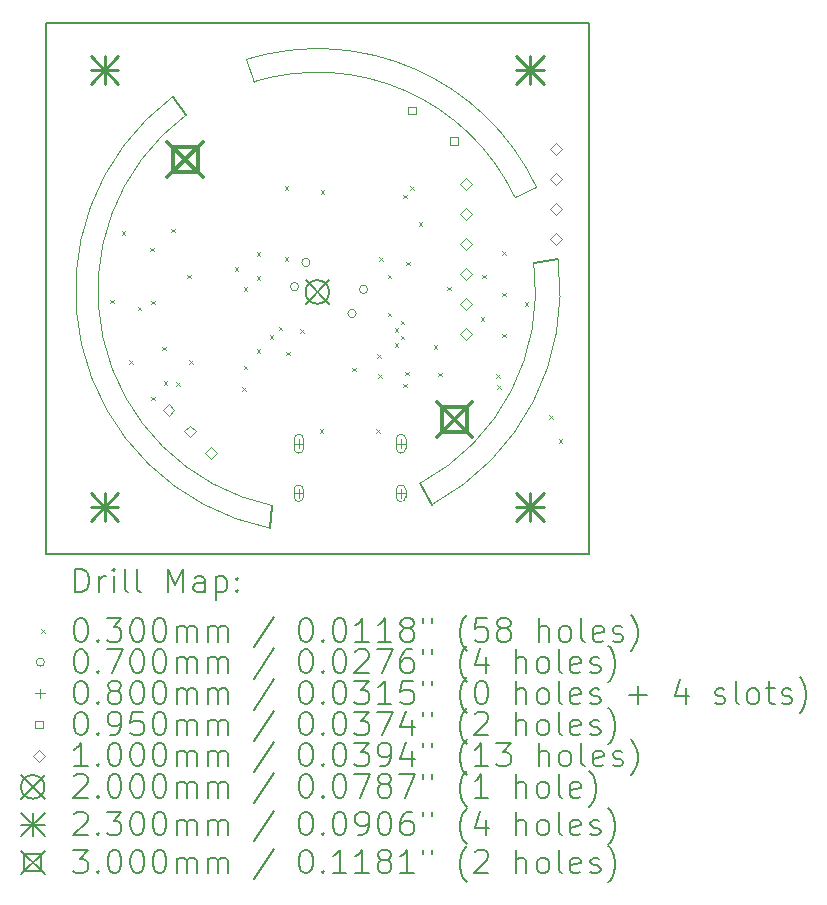
<source format=gbr>
%TF.GenerationSoftware,KiCad,Pcbnew,8.0.1*%
%TF.CreationDate,2024-05-06T20:31:15+02:00*%
%TF.ProjectId,smartknob,736d6172-746b-46e6-9f62-2e6b69636164,rev?*%
%TF.SameCoordinates,Original*%
%TF.FileFunction,Drillmap*%
%TF.FilePolarity,Positive*%
%FSLAX45Y45*%
G04 Gerber Fmt 4.5, Leading zero omitted, Abs format (unit mm)*
G04 Created by KiCad (PCBNEW 8.0.1) date 2024-05-06 20:31:15*
%MOMM*%
%LPD*%
G01*
G04 APERTURE LIST*
%ADD10C,0.050000*%
%ADD11C,0.200000*%
%ADD12C,0.100000*%
%ADD13C,0.230000*%
%ADD14C,0.300000*%
G04 APERTURE END LIST*
D10*
X11000000Y-9980000D02*
G75*
G02*
X10176840Y-6325762I402500J2010500D01*
G01*
X13232127Y-7731027D02*
G75*
G02*
X12270000Y-9600000I-1832128J-238973D01*
G01*
D11*
X13232128Y-7731027D02*
X13437570Y-7700321D01*
D10*
X11018243Y-9788368D02*
G75*
G02*
X10290000Y-6480000I381757J1818368D01*
G01*
D11*
X11018243Y-9788368D02*
X11000000Y-9980000D01*
D10*
X10860000Y-6200000D02*
G75*
G02*
X13070780Y-7174390I540000J-1770000D01*
G01*
X10860000Y-6200000D02*
X10800000Y-6010000D01*
X10800000Y-6010000D02*
G75*
G02*
X13253498Y-7088335I602500J-1959500D01*
G01*
D11*
X12270000Y-9600000D02*
X12370000Y-9780000D01*
D10*
X13437570Y-7700321D02*
G75*
G02*
X12370000Y-9780000I-2035070J-269179D01*
G01*
X13070780Y-7174390D02*
X13253498Y-7088335D01*
D11*
X10290000Y-6480000D02*
X10176840Y-6325762D01*
X9100000Y-5700000D02*
X13700000Y-5700000D01*
X13700000Y-10200000D01*
X9100000Y-10200000D01*
X9100000Y-5700000D01*
D12*
X9645000Y-8045000D02*
X9675000Y-8075000D01*
X9675000Y-8045000D02*
X9645000Y-8075000D01*
X9745000Y-7465000D02*
X9775000Y-7495000D01*
X9775000Y-7465000D02*
X9745000Y-7495000D01*
X9808348Y-8558750D02*
X9838348Y-8588750D01*
X9838348Y-8558750D02*
X9808348Y-8588750D01*
X9877500Y-8105000D02*
X9907500Y-8135000D01*
X9907500Y-8105000D02*
X9877500Y-8135000D01*
X9985000Y-7605000D02*
X10015000Y-7635000D01*
X10015000Y-7605000D02*
X9985000Y-7635000D01*
X9992427Y-8867574D02*
X10022427Y-8897574D01*
X10022427Y-8867574D02*
X9992427Y-8897574D01*
X9992574Y-8052573D02*
X10022574Y-8082573D01*
X10022574Y-8052573D02*
X9992574Y-8082573D01*
X10085000Y-8445000D02*
X10115000Y-8475000D01*
X10115000Y-8445000D02*
X10085000Y-8475000D01*
X10100077Y-8735323D02*
X10130077Y-8765323D01*
X10130077Y-8735323D02*
X10100077Y-8765323D01*
X10165000Y-7445000D02*
X10195000Y-7475000D01*
X10195000Y-7445000D02*
X10165000Y-7475000D01*
X10205000Y-8745000D02*
X10235000Y-8775000D01*
X10235000Y-8745000D02*
X10205000Y-8775000D01*
X10296563Y-7835000D02*
X10326563Y-7865000D01*
X10326563Y-7835000D02*
X10296563Y-7865000D01*
X10317500Y-8558750D02*
X10347500Y-8588750D01*
X10347500Y-8558750D02*
X10317500Y-8588750D01*
X10700033Y-7769967D02*
X10730033Y-7799967D01*
X10730033Y-7769967D02*
X10700033Y-7799967D01*
X10765000Y-8785000D02*
X10795000Y-8815000D01*
X10795000Y-8785000D02*
X10765000Y-8815000D01*
X10775000Y-8605000D02*
X10805000Y-8635000D01*
X10805000Y-8605000D02*
X10775000Y-8635000D01*
X10777500Y-7940000D02*
X10807500Y-7970000D01*
X10807500Y-7940000D02*
X10777500Y-7970000D01*
X10885000Y-7645000D02*
X10915000Y-7675000D01*
X10915000Y-7645000D02*
X10885000Y-7675000D01*
X10885000Y-7845000D02*
X10915000Y-7875000D01*
X10915000Y-7845000D02*
X10885000Y-7875000D01*
X10885000Y-8465000D02*
X10915000Y-8495000D01*
X10915000Y-8465000D02*
X10885000Y-8495000D01*
X10995000Y-8345000D02*
X11025000Y-8375000D01*
X11025000Y-8345000D02*
X10995000Y-8375000D01*
X11073714Y-8272743D02*
X11103714Y-8302743D01*
X11103714Y-8272743D02*
X11073714Y-8302743D01*
X11125000Y-7085000D02*
X11155000Y-7115000D01*
X11155000Y-7085000D02*
X11125000Y-7115000D01*
X11125000Y-7685000D02*
X11155000Y-7715000D01*
X11155000Y-7685000D02*
X11125000Y-7715000D01*
X11135000Y-8485000D02*
X11165000Y-8515000D01*
X11165000Y-8485000D02*
X11135000Y-8515000D01*
X11255000Y-8295000D02*
X11285000Y-8325000D01*
X11285000Y-8295000D02*
X11255000Y-8325000D01*
X11420000Y-9142750D02*
X11450000Y-9172750D01*
X11450000Y-9142750D02*
X11420000Y-9172750D01*
X11430000Y-7120000D02*
X11460000Y-7150000D01*
X11460000Y-7120000D02*
X11430000Y-7150000D01*
X11694467Y-8620533D02*
X11724467Y-8650533D01*
X11724467Y-8620533D02*
X11694467Y-8650533D01*
X11900000Y-9142750D02*
X11930000Y-9172750D01*
X11930000Y-9142750D02*
X11900000Y-9172750D01*
X11905000Y-8505000D02*
X11935000Y-8535000D01*
X11935000Y-8505000D02*
X11905000Y-8535000D01*
X11915000Y-8675000D02*
X11945000Y-8705000D01*
X11945000Y-8675000D02*
X11915000Y-8705000D01*
X11925000Y-7685000D02*
X11955000Y-7715000D01*
X11955000Y-7685000D02*
X11925000Y-7715000D01*
X11995000Y-7835000D02*
X12025000Y-7865000D01*
X12025000Y-7835000D02*
X11995000Y-7865000D01*
X11997680Y-8156458D02*
X12027680Y-8186458D01*
X12027680Y-8156458D02*
X11997680Y-8186458D01*
X12053785Y-8286458D02*
X12083785Y-8316458D01*
X12083785Y-8286458D02*
X12053785Y-8316458D01*
X12055000Y-8415000D02*
X12085000Y-8445000D01*
X12085000Y-8415000D02*
X12055000Y-8445000D01*
X12105000Y-8225000D02*
X12135000Y-8255000D01*
X12135000Y-8225000D02*
X12105000Y-8255000D01*
X12105541Y-8350000D02*
X12135541Y-8380000D01*
X12135541Y-8350000D02*
X12105541Y-8380000D01*
X12125000Y-7155000D02*
X12155000Y-7185000D01*
X12155000Y-7155000D02*
X12125000Y-7185000D01*
X12125000Y-8755000D02*
X12155000Y-8785000D01*
X12155000Y-8755000D02*
X12125000Y-8785000D01*
X12145000Y-8655000D02*
X12175000Y-8685000D01*
X12175000Y-8655000D02*
X12145000Y-8685000D01*
X12152613Y-7725093D02*
X12182613Y-7755093D01*
X12182613Y-7725093D02*
X12152613Y-7755093D01*
X12185000Y-7085000D02*
X12215000Y-7115000D01*
X12215000Y-7085000D02*
X12185000Y-7115000D01*
X12260000Y-7388000D02*
X12290000Y-7418000D01*
X12290000Y-7388000D02*
X12260000Y-7418000D01*
X12385000Y-8430000D02*
X12415000Y-8460000D01*
X12415000Y-8430000D02*
X12385000Y-8460000D01*
X12425000Y-8665000D02*
X12455000Y-8695000D01*
X12455000Y-8665000D02*
X12425000Y-8695000D01*
X12498114Y-7934828D02*
X12528114Y-7964828D01*
X12528114Y-7934828D02*
X12498114Y-7964828D01*
X12785000Y-8195000D02*
X12815000Y-8225000D01*
X12815000Y-8195000D02*
X12785000Y-8225000D01*
X12795000Y-7835000D02*
X12825000Y-7865000D01*
X12825000Y-7835000D02*
X12795000Y-7865000D01*
X12915000Y-8675000D02*
X12945000Y-8705000D01*
X12945000Y-8675000D02*
X12915000Y-8705000D01*
X12922082Y-8768541D02*
X12952082Y-8798541D01*
X12952082Y-8768541D02*
X12922082Y-8798541D01*
X12965000Y-7635000D02*
X12995000Y-7665000D01*
X12995000Y-7635000D02*
X12965000Y-7665000D01*
X12965000Y-7985000D02*
X12995000Y-8015000D01*
X12995000Y-7985000D02*
X12965000Y-8015000D01*
X12965000Y-8335000D02*
X12995000Y-8365000D01*
X12995000Y-8335000D02*
X12965000Y-8365000D01*
X13155000Y-8065000D02*
X13185000Y-8095000D01*
X13185000Y-8065000D02*
X13155000Y-8095000D01*
X13365000Y-9025000D02*
X13395000Y-9055000D01*
X13395000Y-9025000D02*
X13365000Y-9055000D01*
X13445000Y-9225000D02*
X13475000Y-9255000D01*
X13475000Y-9225000D02*
X13445000Y-9255000D01*
X11242293Y-7935220D02*
G75*
G02*
X11172293Y-7935220I-35000J0D01*
G01*
X11172293Y-7935220D02*
G75*
G02*
X11242293Y-7935220I35000J0D01*
G01*
X11337920Y-7730147D02*
G75*
G02*
X11267920Y-7730147I-35000J0D01*
G01*
X11267920Y-7730147D02*
G75*
G02*
X11337920Y-7730147I35000J0D01*
G01*
X11729343Y-8162336D02*
G75*
G02*
X11659343Y-8162336I-35000J0D01*
G01*
X11659343Y-8162336D02*
G75*
G02*
X11729343Y-8162336I35000J0D01*
G01*
X11824971Y-7957262D02*
G75*
G02*
X11754971Y-7957262I-35000J0D01*
G01*
X11754971Y-7957262D02*
G75*
G02*
X11824971Y-7957262I35000J0D01*
G01*
X11242500Y-9224550D02*
X11242500Y-9304550D01*
X11202500Y-9264550D02*
X11282500Y-9264550D01*
X11202500Y-9224550D02*
X11202500Y-9304550D01*
X11282500Y-9304550D02*
G75*
G02*
X11202500Y-9304550I-40000J0D01*
G01*
X11282500Y-9304550D02*
X11282500Y-9224550D01*
X11282500Y-9224550D02*
G75*
G03*
X11202500Y-9224550I-40000J0D01*
G01*
X11242500Y-9644550D02*
X11242500Y-9724550D01*
X11202500Y-9684550D02*
X11282500Y-9684550D01*
X11202500Y-9654550D02*
X11202500Y-9714550D01*
X11282500Y-9714550D02*
G75*
G02*
X11202500Y-9714550I-40000J0D01*
G01*
X11282500Y-9714550D02*
X11282500Y-9654550D01*
X11282500Y-9654550D02*
G75*
G03*
X11202500Y-9654550I-40000J0D01*
G01*
X12107500Y-9224550D02*
X12107500Y-9304550D01*
X12067500Y-9264550D02*
X12147500Y-9264550D01*
X12067500Y-9224550D02*
X12067500Y-9304550D01*
X12147500Y-9304550D02*
G75*
G02*
X12067500Y-9304550I-40000J0D01*
G01*
X12147500Y-9304550D02*
X12147500Y-9224550D01*
X12147500Y-9224550D02*
G75*
G03*
X12067500Y-9224550I-40000J0D01*
G01*
X12107500Y-9644550D02*
X12107500Y-9724550D01*
X12067500Y-9684550D02*
X12147500Y-9684550D01*
X12067500Y-9654550D02*
X12067500Y-9714550D01*
X12147500Y-9714550D02*
G75*
G02*
X12067500Y-9714550I-40000J0D01*
G01*
X12147500Y-9714550D02*
X12147500Y-9654550D01*
X12147500Y-9654550D02*
G75*
G03*
X12067500Y-9654550I-40000J0D01*
G01*
X12237223Y-6476817D02*
X12237223Y-6409641D01*
X12170047Y-6409641D01*
X12170047Y-6476817D01*
X12237223Y-6476817D01*
X12593191Y-6735442D02*
X12593191Y-6668267D01*
X12526015Y-6668267D01*
X12526015Y-6735442D01*
X12593191Y-6735442D01*
X10140395Y-9031456D02*
X10190395Y-8981456D01*
X10140395Y-8931456D01*
X10090395Y-8981456D01*
X10140395Y-9031456D01*
X10320000Y-9211061D02*
X10370000Y-9161061D01*
X10320000Y-9111061D01*
X10270000Y-9161061D01*
X10320000Y-9211061D01*
X10499605Y-9390666D02*
X10549605Y-9340666D01*
X10499605Y-9290666D01*
X10449605Y-9340666D01*
X10499605Y-9390666D01*
X12660000Y-7115000D02*
X12710000Y-7065000D01*
X12660000Y-7015000D01*
X12610000Y-7065000D01*
X12660000Y-7115000D01*
X12660000Y-7369000D02*
X12710000Y-7319000D01*
X12660000Y-7269000D01*
X12610000Y-7319000D01*
X12660000Y-7369000D01*
X12660000Y-7623000D02*
X12710000Y-7573000D01*
X12660000Y-7523000D01*
X12610000Y-7573000D01*
X12660000Y-7623000D01*
X12660000Y-7877000D02*
X12710000Y-7827000D01*
X12660000Y-7777000D01*
X12610000Y-7827000D01*
X12660000Y-7877000D01*
X12660000Y-8131000D02*
X12710000Y-8081000D01*
X12660000Y-8031000D01*
X12610000Y-8081000D01*
X12660000Y-8131000D01*
X12660000Y-8385000D02*
X12710000Y-8335000D01*
X12660000Y-8285000D01*
X12610000Y-8335000D01*
X12660000Y-8385000D01*
X13420000Y-6820000D02*
X13470000Y-6770000D01*
X13420000Y-6720000D01*
X13370000Y-6770000D01*
X13420000Y-6820000D01*
X13420000Y-7074000D02*
X13470000Y-7024000D01*
X13420000Y-6974000D01*
X13370000Y-7024000D01*
X13420000Y-7074000D01*
X13420000Y-7328000D02*
X13470000Y-7278000D01*
X13420000Y-7228000D01*
X13370000Y-7278000D01*
X13420000Y-7328000D01*
X13420000Y-7582000D02*
X13470000Y-7532000D01*
X13420000Y-7482000D01*
X13370000Y-7532000D01*
X13420000Y-7582000D01*
D11*
X11300000Y-7880000D02*
X11500000Y-8080000D01*
X11500000Y-7880000D02*
X11300000Y-8080000D01*
X11500000Y-7980000D02*
G75*
G02*
X11300000Y-7980000I-100000J0D01*
G01*
X11300000Y-7980000D02*
G75*
G02*
X11500000Y-7980000I100000J0D01*
G01*
D13*
X9485000Y-5985000D02*
X9715000Y-6215000D01*
X9715000Y-5985000D02*
X9485000Y-6215000D01*
X9600000Y-5985000D02*
X9600000Y-6215000D01*
X9485000Y-6100000D02*
X9715000Y-6100000D01*
X9485000Y-9685000D02*
X9715000Y-9915000D01*
X9715000Y-9685000D02*
X9485000Y-9915000D01*
X9600000Y-9685000D02*
X9600000Y-9915000D01*
X9485000Y-9800000D02*
X9715000Y-9800000D01*
X13085000Y-5985000D02*
X13315000Y-6215000D01*
X13315000Y-5985000D02*
X13085000Y-6215000D01*
X13200000Y-5985000D02*
X13200000Y-6215000D01*
X13085000Y-6100000D02*
X13315000Y-6100000D01*
X13085000Y-9685000D02*
X13315000Y-9915000D01*
X13315000Y-9685000D02*
X13085000Y-9915000D01*
X13200000Y-9685000D02*
X13200000Y-9915000D01*
X13085000Y-9800000D02*
X13315000Y-9800000D01*
D14*
X10130000Y-6710000D02*
X10430000Y-7010000D01*
X10430000Y-6710000D02*
X10130000Y-7010000D01*
X10386067Y-6966067D02*
X10386067Y-6753933D01*
X10173933Y-6753933D01*
X10173933Y-6966067D01*
X10386067Y-6966067D01*
X12410000Y-8910000D02*
X12710000Y-9210000D01*
X12710000Y-8910000D02*
X12410000Y-9210000D01*
X12666067Y-9166067D02*
X12666067Y-8953933D01*
X12453933Y-8953933D01*
X12453933Y-9166067D01*
X12666067Y-9166067D01*
D11*
X9350777Y-10521484D02*
X9350777Y-10321484D01*
X9350777Y-10321484D02*
X9398396Y-10321484D01*
X9398396Y-10321484D02*
X9426967Y-10331008D01*
X9426967Y-10331008D02*
X9446015Y-10350055D01*
X9446015Y-10350055D02*
X9455539Y-10369103D01*
X9455539Y-10369103D02*
X9465063Y-10407198D01*
X9465063Y-10407198D02*
X9465063Y-10435770D01*
X9465063Y-10435770D02*
X9455539Y-10473865D01*
X9455539Y-10473865D02*
X9446015Y-10492912D01*
X9446015Y-10492912D02*
X9426967Y-10511960D01*
X9426967Y-10511960D02*
X9398396Y-10521484D01*
X9398396Y-10521484D02*
X9350777Y-10521484D01*
X9550777Y-10521484D02*
X9550777Y-10388150D01*
X9550777Y-10426246D02*
X9560301Y-10407198D01*
X9560301Y-10407198D02*
X9569824Y-10397674D01*
X9569824Y-10397674D02*
X9588872Y-10388150D01*
X9588872Y-10388150D02*
X9607920Y-10388150D01*
X9674586Y-10521484D02*
X9674586Y-10388150D01*
X9674586Y-10321484D02*
X9665063Y-10331008D01*
X9665063Y-10331008D02*
X9674586Y-10340531D01*
X9674586Y-10340531D02*
X9684110Y-10331008D01*
X9684110Y-10331008D02*
X9674586Y-10321484D01*
X9674586Y-10321484D02*
X9674586Y-10340531D01*
X9798396Y-10521484D02*
X9779348Y-10511960D01*
X9779348Y-10511960D02*
X9769824Y-10492912D01*
X9769824Y-10492912D02*
X9769824Y-10321484D01*
X9903158Y-10521484D02*
X9884110Y-10511960D01*
X9884110Y-10511960D02*
X9874586Y-10492912D01*
X9874586Y-10492912D02*
X9874586Y-10321484D01*
X10131729Y-10521484D02*
X10131729Y-10321484D01*
X10131729Y-10321484D02*
X10198396Y-10464341D01*
X10198396Y-10464341D02*
X10265063Y-10321484D01*
X10265063Y-10321484D02*
X10265063Y-10521484D01*
X10446015Y-10521484D02*
X10446015Y-10416722D01*
X10446015Y-10416722D02*
X10436491Y-10397674D01*
X10436491Y-10397674D02*
X10417444Y-10388150D01*
X10417444Y-10388150D02*
X10379348Y-10388150D01*
X10379348Y-10388150D02*
X10360301Y-10397674D01*
X10446015Y-10511960D02*
X10426967Y-10521484D01*
X10426967Y-10521484D02*
X10379348Y-10521484D01*
X10379348Y-10521484D02*
X10360301Y-10511960D01*
X10360301Y-10511960D02*
X10350777Y-10492912D01*
X10350777Y-10492912D02*
X10350777Y-10473865D01*
X10350777Y-10473865D02*
X10360301Y-10454817D01*
X10360301Y-10454817D02*
X10379348Y-10445293D01*
X10379348Y-10445293D02*
X10426967Y-10445293D01*
X10426967Y-10445293D02*
X10446015Y-10435770D01*
X10541253Y-10388150D02*
X10541253Y-10588150D01*
X10541253Y-10397674D02*
X10560301Y-10388150D01*
X10560301Y-10388150D02*
X10598396Y-10388150D01*
X10598396Y-10388150D02*
X10617444Y-10397674D01*
X10617444Y-10397674D02*
X10626967Y-10407198D01*
X10626967Y-10407198D02*
X10636491Y-10426246D01*
X10636491Y-10426246D02*
X10636491Y-10483389D01*
X10636491Y-10483389D02*
X10626967Y-10502436D01*
X10626967Y-10502436D02*
X10617444Y-10511960D01*
X10617444Y-10511960D02*
X10598396Y-10521484D01*
X10598396Y-10521484D02*
X10560301Y-10521484D01*
X10560301Y-10521484D02*
X10541253Y-10511960D01*
X10722205Y-10502436D02*
X10731729Y-10511960D01*
X10731729Y-10511960D02*
X10722205Y-10521484D01*
X10722205Y-10521484D02*
X10712682Y-10511960D01*
X10712682Y-10511960D02*
X10722205Y-10502436D01*
X10722205Y-10502436D02*
X10722205Y-10521484D01*
X10722205Y-10397674D02*
X10731729Y-10407198D01*
X10731729Y-10407198D02*
X10722205Y-10416722D01*
X10722205Y-10416722D02*
X10712682Y-10407198D01*
X10712682Y-10407198D02*
X10722205Y-10397674D01*
X10722205Y-10397674D02*
X10722205Y-10416722D01*
D12*
X9060000Y-10835000D02*
X9090000Y-10865000D01*
X9090000Y-10835000D02*
X9060000Y-10865000D01*
D11*
X9388872Y-10741484D02*
X9407920Y-10741484D01*
X9407920Y-10741484D02*
X9426967Y-10751008D01*
X9426967Y-10751008D02*
X9436491Y-10760531D01*
X9436491Y-10760531D02*
X9446015Y-10779579D01*
X9446015Y-10779579D02*
X9455539Y-10817674D01*
X9455539Y-10817674D02*
X9455539Y-10865293D01*
X9455539Y-10865293D02*
X9446015Y-10903389D01*
X9446015Y-10903389D02*
X9436491Y-10922436D01*
X9436491Y-10922436D02*
X9426967Y-10931960D01*
X9426967Y-10931960D02*
X9407920Y-10941484D01*
X9407920Y-10941484D02*
X9388872Y-10941484D01*
X9388872Y-10941484D02*
X9369824Y-10931960D01*
X9369824Y-10931960D02*
X9360301Y-10922436D01*
X9360301Y-10922436D02*
X9350777Y-10903389D01*
X9350777Y-10903389D02*
X9341253Y-10865293D01*
X9341253Y-10865293D02*
X9341253Y-10817674D01*
X9341253Y-10817674D02*
X9350777Y-10779579D01*
X9350777Y-10779579D02*
X9360301Y-10760531D01*
X9360301Y-10760531D02*
X9369824Y-10751008D01*
X9369824Y-10751008D02*
X9388872Y-10741484D01*
X9541253Y-10922436D02*
X9550777Y-10931960D01*
X9550777Y-10931960D02*
X9541253Y-10941484D01*
X9541253Y-10941484D02*
X9531729Y-10931960D01*
X9531729Y-10931960D02*
X9541253Y-10922436D01*
X9541253Y-10922436D02*
X9541253Y-10941484D01*
X9617444Y-10741484D02*
X9741253Y-10741484D01*
X9741253Y-10741484D02*
X9674586Y-10817674D01*
X9674586Y-10817674D02*
X9703158Y-10817674D01*
X9703158Y-10817674D02*
X9722205Y-10827198D01*
X9722205Y-10827198D02*
X9731729Y-10836722D01*
X9731729Y-10836722D02*
X9741253Y-10855770D01*
X9741253Y-10855770D02*
X9741253Y-10903389D01*
X9741253Y-10903389D02*
X9731729Y-10922436D01*
X9731729Y-10922436D02*
X9722205Y-10931960D01*
X9722205Y-10931960D02*
X9703158Y-10941484D01*
X9703158Y-10941484D02*
X9646015Y-10941484D01*
X9646015Y-10941484D02*
X9626967Y-10931960D01*
X9626967Y-10931960D02*
X9617444Y-10922436D01*
X9865063Y-10741484D02*
X9884110Y-10741484D01*
X9884110Y-10741484D02*
X9903158Y-10751008D01*
X9903158Y-10751008D02*
X9912682Y-10760531D01*
X9912682Y-10760531D02*
X9922205Y-10779579D01*
X9922205Y-10779579D02*
X9931729Y-10817674D01*
X9931729Y-10817674D02*
X9931729Y-10865293D01*
X9931729Y-10865293D02*
X9922205Y-10903389D01*
X9922205Y-10903389D02*
X9912682Y-10922436D01*
X9912682Y-10922436D02*
X9903158Y-10931960D01*
X9903158Y-10931960D02*
X9884110Y-10941484D01*
X9884110Y-10941484D02*
X9865063Y-10941484D01*
X9865063Y-10941484D02*
X9846015Y-10931960D01*
X9846015Y-10931960D02*
X9836491Y-10922436D01*
X9836491Y-10922436D02*
X9826967Y-10903389D01*
X9826967Y-10903389D02*
X9817444Y-10865293D01*
X9817444Y-10865293D02*
X9817444Y-10817674D01*
X9817444Y-10817674D02*
X9826967Y-10779579D01*
X9826967Y-10779579D02*
X9836491Y-10760531D01*
X9836491Y-10760531D02*
X9846015Y-10751008D01*
X9846015Y-10751008D02*
X9865063Y-10741484D01*
X10055539Y-10741484D02*
X10074586Y-10741484D01*
X10074586Y-10741484D02*
X10093634Y-10751008D01*
X10093634Y-10751008D02*
X10103158Y-10760531D01*
X10103158Y-10760531D02*
X10112682Y-10779579D01*
X10112682Y-10779579D02*
X10122205Y-10817674D01*
X10122205Y-10817674D02*
X10122205Y-10865293D01*
X10122205Y-10865293D02*
X10112682Y-10903389D01*
X10112682Y-10903389D02*
X10103158Y-10922436D01*
X10103158Y-10922436D02*
X10093634Y-10931960D01*
X10093634Y-10931960D02*
X10074586Y-10941484D01*
X10074586Y-10941484D02*
X10055539Y-10941484D01*
X10055539Y-10941484D02*
X10036491Y-10931960D01*
X10036491Y-10931960D02*
X10026967Y-10922436D01*
X10026967Y-10922436D02*
X10017444Y-10903389D01*
X10017444Y-10903389D02*
X10007920Y-10865293D01*
X10007920Y-10865293D02*
X10007920Y-10817674D01*
X10007920Y-10817674D02*
X10017444Y-10779579D01*
X10017444Y-10779579D02*
X10026967Y-10760531D01*
X10026967Y-10760531D02*
X10036491Y-10751008D01*
X10036491Y-10751008D02*
X10055539Y-10741484D01*
X10207920Y-10941484D02*
X10207920Y-10808150D01*
X10207920Y-10827198D02*
X10217444Y-10817674D01*
X10217444Y-10817674D02*
X10236491Y-10808150D01*
X10236491Y-10808150D02*
X10265063Y-10808150D01*
X10265063Y-10808150D02*
X10284110Y-10817674D01*
X10284110Y-10817674D02*
X10293634Y-10836722D01*
X10293634Y-10836722D02*
X10293634Y-10941484D01*
X10293634Y-10836722D02*
X10303158Y-10817674D01*
X10303158Y-10817674D02*
X10322205Y-10808150D01*
X10322205Y-10808150D02*
X10350777Y-10808150D01*
X10350777Y-10808150D02*
X10369825Y-10817674D01*
X10369825Y-10817674D02*
X10379348Y-10836722D01*
X10379348Y-10836722D02*
X10379348Y-10941484D01*
X10474586Y-10941484D02*
X10474586Y-10808150D01*
X10474586Y-10827198D02*
X10484110Y-10817674D01*
X10484110Y-10817674D02*
X10503158Y-10808150D01*
X10503158Y-10808150D02*
X10531729Y-10808150D01*
X10531729Y-10808150D02*
X10550777Y-10817674D01*
X10550777Y-10817674D02*
X10560301Y-10836722D01*
X10560301Y-10836722D02*
X10560301Y-10941484D01*
X10560301Y-10836722D02*
X10569825Y-10817674D01*
X10569825Y-10817674D02*
X10588872Y-10808150D01*
X10588872Y-10808150D02*
X10617444Y-10808150D01*
X10617444Y-10808150D02*
X10636491Y-10817674D01*
X10636491Y-10817674D02*
X10646015Y-10836722D01*
X10646015Y-10836722D02*
X10646015Y-10941484D01*
X11036491Y-10731960D02*
X10865063Y-10989103D01*
X11293634Y-10741484D02*
X11312682Y-10741484D01*
X11312682Y-10741484D02*
X11331729Y-10751008D01*
X11331729Y-10751008D02*
X11341253Y-10760531D01*
X11341253Y-10760531D02*
X11350777Y-10779579D01*
X11350777Y-10779579D02*
X11360301Y-10817674D01*
X11360301Y-10817674D02*
X11360301Y-10865293D01*
X11360301Y-10865293D02*
X11350777Y-10903389D01*
X11350777Y-10903389D02*
X11341253Y-10922436D01*
X11341253Y-10922436D02*
X11331729Y-10931960D01*
X11331729Y-10931960D02*
X11312682Y-10941484D01*
X11312682Y-10941484D02*
X11293634Y-10941484D01*
X11293634Y-10941484D02*
X11274586Y-10931960D01*
X11274586Y-10931960D02*
X11265063Y-10922436D01*
X11265063Y-10922436D02*
X11255539Y-10903389D01*
X11255539Y-10903389D02*
X11246015Y-10865293D01*
X11246015Y-10865293D02*
X11246015Y-10817674D01*
X11246015Y-10817674D02*
X11255539Y-10779579D01*
X11255539Y-10779579D02*
X11265063Y-10760531D01*
X11265063Y-10760531D02*
X11274586Y-10751008D01*
X11274586Y-10751008D02*
X11293634Y-10741484D01*
X11446015Y-10922436D02*
X11455539Y-10931960D01*
X11455539Y-10931960D02*
X11446015Y-10941484D01*
X11446015Y-10941484D02*
X11436491Y-10931960D01*
X11436491Y-10931960D02*
X11446015Y-10922436D01*
X11446015Y-10922436D02*
X11446015Y-10941484D01*
X11579348Y-10741484D02*
X11598396Y-10741484D01*
X11598396Y-10741484D02*
X11617444Y-10751008D01*
X11617444Y-10751008D02*
X11626967Y-10760531D01*
X11626967Y-10760531D02*
X11636491Y-10779579D01*
X11636491Y-10779579D02*
X11646015Y-10817674D01*
X11646015Y-10817674D02*
X11646015Y-10865293D01*
X11646015Y-10865293D02*
X11636491Y-10903389D01*
X11636491Y-10903389D02*
X11626967Y-10922436D01*
X11626967Y-10922436D02*
X11617444Y-10931960D01*
X11617444Y-10931960D02*
X11598396Y-10941484D01*
X11598396Y-10941484D02*
X11579348Y-10941484D01*
X11579348Y-10941484D02*
X11560301Y-10931960D01*
X11560301Y-10931960D02*
X11550777Y-10922436D01*
X11550777Y-10922436D02*
X11541253Y-10903389D01*
X11541253Y-10903389D02*
X11531729Y-10865293D01*
X11531729Y-10865293D02*
X11531729Y-10817674D01*
X11531729Y-10817674D02*
X11541253Y-10779579D01*
X11541253Y-10779579D02*
X11550777Y-10760531D01*
X11550777Y-10760531D02*
X11560301Y-10751008D01*
X11560301Y-10751008D02*
X11579348Y-10741484D01*
X11836491Y-10941484D02*
X11722206Y-10941484D01*
X11779348Y-10941484D02*
X11779348Y-10741484D01*
X11779348Y-10741484D02*
X11760301Y-10770055D01*
X11760301Y-10770055D02*
X11741253Y-10789103D01*
X11741253Y-10789103D02*
X11722206Y-10798627D01*
X12026967Y-10941484D02*
X11912682Y-10941484D01*
X11969825Y-10941484D02*
X11969825Y-10741484D01*
X11969825Y-10741484D02*
X11950777Y-10770055D01*
X11950777Y-10770055D02*
X11931729Y-10789103D01*
X11931729Y-10789103D02*
X11912682Y-10798627D01*
X12141253Y-10827198D02*
X12122206Y-10817674D01*
X12122206Y-10817674D02*
X12112682Y-10808150D01*
X12112682Y-10808150D02*
X12103158Y-10789103D01*
X12103158Y-10789103D02*
X12103158Y-10779579D01*
X12103158Y-10779579D02*
X12112682Y-10760531D01*
X12112682Y-10760531D02*
X12122206Y-10751008D01*
X12122206Y-10751008D02*
X12141253Y-10741484D01*
X12141253Y-10741484D02*
X12179348Y-10741484D01*
X12179348Y-10741484D02*
X12198396Y-10751008D01*
X12198396Y-10751008D02*
X12207920Y-10760531D01*
X12207920Y-10760531D02*
X12217444Y-10779579D01*
X12217444Y-10779579D02*
X12217444Y-10789103D01*
X12217444Y-10789103D02*
X12207920Y-10808150D01*
X12207920Y-10808150D02*
X12198396Y-10817674D01*
X12198396Y-10817674D02*
X12179348Y-10827198D01*
X12179348Y-10827198D02*
X12141253Y-10827198D01*
X12141253Y-10827198D02*
X12122206Y-10836722D01*
X12122206Y-10836722D02*
X12112682Y-10846246D01*
X12112682Y-10846246D02*
X12103158Y-10865293D01*
X12103158Y-10865293D02*
X12103158Y-10903389D01*
X12103158Y-10903389D02*
X12112682Y-10922436D01*
X12112682Y-10922436D02*
X12122206Y-10931960D01*
X12122206Y-10931960D02*
X12141253Y-10941484D01*
X12141253Y-10941484D02*
X12179348Y-10941484D01*
X12179348Y-10941484D02*
X12198396Y-10931960D01*
X12198396Y-10931960D02*
X12207920Y-10922436D01*
X12207920Y-10922436D02*
X12217444Y-10903389D01*
X12217444Y-10903389D02*
X12217444Y-10865293D01*
X12217444Y-10865293D02*
X12207920Y-10846246D01*
X12207920Y-10846246D02*
X12198396Y-10836722D01*
X12198396Y-10836722D02*
X12179348Y-10827198D01*
X12293634Y-10741484D02*
X12293634Y-10779579D01*
X12369825Y-10741484D02*
X12369825Y-10779579D01*
X12665063Y-11017674D02*
X12655539Y-11008150D01*
X12655539Y-11008150D02*
X12636491Y-10979579D01*
X12636491Y-10979579D02*
X12626968Y-10960531D01*
X12626968Y-10960531D02*
X12617444Y-10931960D01*
X12617444Y-10931960D02*
X12607920Y-10884341D01*
X12607920Y-10884341D02*
X12607920Y-10846246D01*
X12607920Y-10846246D02*
X12617444Y-10798627D01*
X12617444Y-10798627D02*
X12626968Y-10770055D01*
X12626968Y-10770055D02*
X12636491Y-10751008D01*
X12636491Y-10751008D02*
X12655539Y-10722436D01*
X12655539Y-10722436D02*
X12665063Y-10712912D01*
X12836491Y-10741484D02*
X12741253Y-10741484D01*
X12741253Y-10741484D02*
X12731729Y-10836722D01*
X12731729Y-10836722D02*
X12741253Y-10827198D01*
X12741253Y-10827198D02*
X12760301Y-10817674D01*
X12760301Y-10817674D02*
X12807920Y-10817674D01*
X12807920Y-10817674D02*
X12826968Y-10827198D01*
X12826968Y-10827198D02*
X12836491Y-10836722D01*
X12836491Y-10836722D02*
X12846015Y-10855770D01*
X12846015Y-10855770D02*
X12846015Y-10903389D01*
X12846015Y-10903389D02*
X12836491Y-10922436D01*
X12836491Y-10922436D02*
X12826968Y-10931960D01*
X12826968Y-10931960D02*
X12807920Y-10941484D01*
X12807920Y-10941484D02*
X12760301Y-10941484D01*
X12760301Y-10941484D02*
X12741253Y-10931960D01*
X12741253Y-10931960D02*
X12731729Y-10922436D01*
X12960301Y-10827198D02*
X12941253Y-10817674D01*
X12941253Y-10817674D02*
X12931729Y-10808150D01*
X12931729Y-10808150D02*
X12922206Y-10789103D01*
X12922206Y-10789103D02*
X12922206Y-10779579D01*
X12922206Y-10779579D02*
X12931729Y-10760531D01*
X12931729Y-10760531D02*
X12941253Y-10751008D01*
X12941253Y-10751008D02*
X12960301Y-10741484D01*
X12960301Y-10741484D02*
X12998396Y-10741484D01*
X12998396Y-10741484D02*
X13017444Y-10751008D01*
X13017444Y-10751008D02*
X13026968Y-10760531D01*
X13026968Y-10760531D02*
X13036491Y-10779579D01*
X13036491Y-10779579D02*
X13036491Y-10789103D01*
X13036491Y-10789103D02*
X13026968Y-10808150D01*
X13026968Y-10808150D02*
X13017444Y-10817674D01*
X13017444Y-10817674D02*
X12998396Y-10827198D01*
X12998396Y-10827198D02*
X12960301Y-10827198D01*
X12960301Y-10827198D02*
X12941253Y-10836722D01*
X12941253Y-10836722D02*
X12931729Y-10846246D01*
X12931729Y-10846246D02*
X12922206Y-10865293D01*
X12922206Y-10865293D02*
X12922206Y-10903389D01*
X12922206Y-10903389D02*
X12931729Y-10922436D01*
X12931729Y-10922436D02*
X12941253Y-10931960D01*
X12941253Y-10931960D02*
X12960301Y-10941484D01*
X12960301Y-10941484D02*
X12998396Y-10941484D01*
X12998396Y-10941484D02*
X13017444Y-10931960D01*
X13017444Y-10931960D02*
X13026968Y-10922436D01*
X13026968Y-10922436D02*
X13036491Y-10903389D01*
X13036491Y-10903389D02*
X13036491Y-10865293D01*
X13036491Y-10865293D02*
X13026968Y-10846246D01*
X13026968Y-10846246D02*
X13017444Y-10836722D01*
X13017444Y-10836722D02*
X12998396Y-10827198D01*
X13274587Y-10941484D02*
X13274587Y-10741484D01*
X13360301Y-10941484D02*
X13360301Y-10836722D01*
X13360301Y-10836722D02*
X13350777Y-10817674D01*
X13350777Y-10817674D02*
X13331730Y-10808150D01*
X13331730Y-10808150D02*
X13303158Y-10808150D01*
X13303158Y-10808150D02*
X13284110Y-10817674D01*
X13284110Y-10817674D02*
X13274587Y-10827198D01*
X13484110Y-10941484D02*
X13465063Y-10931960D01*
X13465063Y-10931960D02*
X13455539Y-10922436D01*
X13455539Y-10922436D02*
X13446015Y-10903389D01*
X13446015Y-10903389D02*
X13446015Y-10846246D01*
X13446015Y-10846246D02*
X13455539Y-10827198D01*
X13455539Y-10827198D02*
X13465063Y-10817674D01*
X13465063Y-10817674D02*
X13484110Y-10808150D01*
X13484110Y-10808150D02*
X13512682Y-10808150D01*
X13512682Y-10808150D02*
X13531730Y-10817674D01*
X13531730Y-10817674D02*
X13541253Y-10827198D01*
X13541253Y-10827198D02*
X13550777Y-10846246D01*
X13550777Y-10846246D02*
X13550777Y-10903389D01*
X13550777Y-10903389D02*
X13541253Y-10922436D01*
X13541253Y-10922436D02*
X13531730Y-10931960D01*
X13531730Y-10931960D02*
X13512682Y-10941484D01*
X13512682Y-10941484D02*
X13484110Y-10941484D01*
X13665063Y-10941484D02*
X13646015Y-10931960D01*
X13646015Y-10931960D02*
X13636491Y-10912912D01*
X13636491Y-10912912D02*
X13636491Y-10741484D01*
X13817444Y-10931960D02*
X13798396Y-10941484D01*
X13798396Y-10941484D02*
X13760301Y-10941484D01*
X13760301Y-10941484D02*
X13741253Y-10931960D01*
X13741253Y-10931960D02*
X13731730Y-10912912D01*
X13731730Y-10912912D02*
X13731730Y-10836722D01*
X13731730Y-10836722D02*
X13741253Y-10817674D01*
X13741253Y-10817674D02*
X13760301Y-10808150D01*
X13760301Y-10808150D02*
X13798396Y-10808150D01*
X13798396Y-10808150D02*
X13817444Y-10817674D01*
X13817444Y-10817674D02*
X13826968Y-10836722D01*
X13826968Y-10836722D02*
X13826968Y-10855770D01*
X13826968Y-10855770D02*
X13731730Y-10874817D01*
X13903158Y-10931960D02*
X13922206Y-10941484D01*
X13922206Y-10941484D02*
X13960301Y-10941484D01*
X13960301Y-10941484D02*
X13979349Y-10931960D01*
X13979349Y-10931960D02*
X13988872Y-10912912D01*
X13988872Y-10912912D02*
X13988872Y-10903389D01*
X13988872Y-10903389D02*
X13979349Y-10884341D01*
X13979349Y-10884341D02*
X13960301Y-10874817D01*
X13960301Y-10874817D02*
X13931730Y-10874817D01*
X13931730Y-10874817D02*
X13912682Y-10865293D01*
X13912682Y-10865293D02*
X13903158Y-10846246D01*
X13903158Y-10846246D02*
X13903158Y-10836722D01*
X13903158Y-10836722D02*
X13912682Y-10817674D01*
X13912682Y-10817674D02*
X13931730Y-10808150D01*
X13931730Y-10808150D02*
X13960301Y-10808150D01*
X13960301Y-10808150D02*
X13979349Y-10817674D01*
X14055539Y-11017674D02*
X14065063Y-11008150D01*
X14065063Y-11008150D02*
X14084111Y-10979579D01*
X14084111Y-10979579D02*
X14093634Y-10960531D01*
X14093634Y-10960531D02*
X14103158Y-10931960D01*
X14103158Y-10931960D02*
X14112682Y-10884341D01*
X14112682Y-10884341D02*
X14112682Y-10846246D01*
X14112682Y-10846246D02*
X14103158Y-10798627D01*
X14103158Y-10798627D02*
X14093634Y-10770055D01*
X14093634Y-10770055D02*
X14084111Y-10751008D01*
X14084111Y-10751008D02*
X14065063Y-10722436D01*
X14065063Y-10722436D02*
X14055539Y-10712912D01*
D12*
X9090000Y-11114000D02*
G75*
G02*
X9020000Y-11114000I-35000J0D01*
G01*
X9020000Y-11114000D02*
G75*
G02*
X9090000Y-11114000I35000J0D01*
G01*
D11*
X9388872Y-11005484D02*
X9407920Y-11005484D01*
X9407920Y-11005484D02*
X9426967Y-11015008D01*
X9426967Y-11015008D02*
X9436491Y-11024531D01*
X9436491Y-11024531D02*
X9446015Y-11043579D01*
X9446015Y-11043579D02*
X9455539Y-11081674D01*
X9455539Y-11081674D02*
X9455539Y-11129293D01*
X9455539Y-11129293D02*
X9446015Y-11167389D01*
X9446015Y-11167389D02*
X9436491Y-11186436D01*
X9436491Y-11186436D02*
X9426967Y-11195960D01*
X9426967Y-11195960D02*
X9407920Y-11205484D01*
X9407920Y-11205484D02*
X9388872Y-11205484D01*
X9388872Y-11205484D02*
X9369824Y-11195960D01*
X9369824Y-11195960D02*
X9360301Y-11186436D01*
X9360301Y-11186436D02*
X9350777Y-11167389D01*
X9350777Y-11167389D02*
X9341253Y-11129293D01*
X9341253Y-11129293D02*
X9341253Y-11081674D01*
X9341253Y-11081674D02*
X9350777Y-11043579D01*
X9350777Y-11043579D02*
X9360301Y-11024531D01*
X9360301Y-11024531D02*
X9369824Y-11015008D01*
X9369824Y-11015008D02*
X9388872Y-11005484D01*
X9541253Y-11186436D02*
X9550777Y-11195960D01*
X9550777Y-11195960D02*
X9541253Y-11205484D01*
X9541253Y-11205484D02*
X9531729Y-11195960D01*
X9531729Y-11195960D02*
X9541253Y-11186436D01*
X9541253Y-11186436D02*
X9541253Y-11205484D01*
X9617444Y-11005484D02*
X9750777Y-11005484D01*
X9750777Y-11005484D02*
X9665063Y-11205484D01*
X9865063Y-11005484D02*
X9884110Y-11005484D01*
X9884110Y-11005484D02*
X9903158Y-11015008D01*
X9903158Y-11015008D02*
X9912682Y-11024531D01*
X9912682Y-11024531D02*
X9922205Y-11043579D01*
X9922205Y-11043579D02*
X9931729Y-11081674D01*
X9931729Y-11081674D02*
X9931729Y-11129293D01*
X9931729Y-11129293D02*
X9922205Y-11167389D01*
X9922205Y-11167389D02*
X9912682Y-11186436D01*
X9912682Y-11186436D02*
X9903158Y-11195960D01*
X9903158Y-11195960D02*
X9884110Y-11205484D01*
X9884110Y-11205484D02*
X9865063Y-11205484D01*
X9865063Y-11205484D02*
X9846015Y-11195960D01*
X9846015Y-11195960D02*
X9836491Y-11186436D01*
X9836491Y-11186436D02*
X9826967Y-11167389D01*
X9826967Y-11167389D02*
X9817444Y-11129293D01*
X9817444Y-11129293D02*
X9817444Y-11081674D01*
X9817444Y-11081674D02*
X9826967Y-11043579D01*
X9826967Y-11043579D02*
X9836491Y-11024531D01*
X9836491Y-11024531D02*
X9846015Y-11015008D01*
X9846015Y-11015008D02*
X9865063Y-11005484D01*
X10055539Y-11005484D02*
X10074586Y-11005484D01*
X10074586Y-11005484D02*
X10093634Y-11015008D01*
X10093634Y-11015008D02*
X10103158Y-11024531D01*
X10103158Y-11024531D02*
X10112682Y-11043579D01*
X10112682Y-11043579D02*
X10122205Y-11081674D01*
X10122205Y-11081674D02*
X10122205Y-11129293D01*
X10122205Y-11129293D02*
X10112682Y-11167389D01*
X10112682Y-11167389D02*
X10103158Y-11186436D01*
X10103158Y-11186436D02*
X10093634Y-11195960D01*
X10093634Y-11195960D02*
X10074586Y-11205484D01*
X10074586Y-11205484D02*
X10055539Y-11205484D01*
X10055539Y-11205484D02*
X10036491Y-11195960D01*
X10036491Y-11195960D02*
X10026967Y-11186436D01*
X10026967Y-11186436D02*
X10017444Y-11167389D01*
X10017444Y-11167389D02*
X10007920Y-11129293D01*
X10007920Y-11129293D02*
X10007920Y-11081674D01*
X10007920Y-11081674D02*
X10017444Y-11043579D01*
X10017444Y-11043579D02*
X10026967Y-11024531D01*
X10026967Y-11024531D02*
X10036491Y-11015008D01*
X10036491Y-11015008D02*
X10055539Y-11005484D01*
X10207920Y-11205484D02*
X10207920Y-11072150D01*
X10207920Y-11091198D02*
X10217444Y-11081674D01*
X10217444Y-11081674D02*
X10236491Y-11072150D01*
X10236491Y-11072150D02*
X10265063Y-11072150D01*
X10265063Y-11072150D02*
X10284110Y-11081674D01*
X10284110Y-11081674D02*
X10293634Y-11100722D01*
X10293634Y-11100722D02*
X10293634Y-11205484D01*
X10293634Y-11100722D02*
X10303158Y-11081674D01*
X10303158Y-11081674D02*
X10322205Y-11072150D01*
X10322205Y-11072150D02*
X10350777Y-11072150D01*
X10350777Y-11072150D02*
X10369825Y-11081674D01*
X10369825Y-11081674D02*
X10379348Y-11100722D01*
X10379348Y-11100722D02*
X10379348Y-11205484D01*
X10474586Y-11205484D02*
X10474586Y-11072150D01*
X10474586Y-11091198D02*
X10484110Y-11081674D01*
X10484110Y-11081674D02*
X10503158Y-11072150D01*
X10503158Y-11072150D02*
X10531729Y-11072150D01*
X10531729Y-11072150D02*
X10550777Y-11081674D01*
X10550777Y-11081674D02*
X10560301Y-11100722D01*
X10560301Y-11100722D02*
X10560301Y-11205484D01*
X10560301Y-11100722D02*
X10569825Y-11081674D01*
X10569825Y-11081674D02*
X10588872Y-11072150D01*
X10588872Y-11072150D02*
X10617444Y-11072150D01*
X10617444Y-11072150D02*
X10636491Y-11081674D01*
X10636491Y-11081674D02*
X10646015Y-11100722D01*
X10646015Y-11100722D02*
X10646015Y-11205484D01*
X11036491Y-10995960D02*
X10865063Y-11253103D01*
X11293634Y-11005484D02*
X11312682Y-11005484D01*
X11312682Y-11005484D02*
X11331729Y-11015008D01*
X11331729Y-11015008D02*
X11341253Y-11024531D01*
X11341253Y-11024531D02*
X11350777Y-11043579D01*
X11350777Y-11043579D02*
X11360301Y-11081674D01*
X11360301Y-11081674D02*
X11360301Y-11129293D01*
X11360301Y-11129293D02*
X11350777Y-11167389D01*
X11350777Y-11167389D02*
X11341253Y-11186436D01*
X11341253Y-11186436D02*
X11331729Y-11195960D01*
X11331729Y-11195960D02*
X11312682Y-11205484D01*
X11312682Y-11205484D02*
X11293634Y-11205484D01*
X11293634Y-11205484D02*
X11274586Y-11195960D01*
X11274586Y-11195960D02*
X11265063Y-11186436D01*
X11265063Y-11186436D02*
X11255539Y-11167389D01*
X11255539Y-11167389D02*
X11246015Y-11129293D01*
X11246015Y-11129293D02*
X11246015Y-11081674D01*
X11246015Y-11081674D02*
X11255539Y-11043579D01*
X11255539Y-11043579D02*
X11265063Y-11024531D01*
X11265063Y-11024531D02*
X11274586Y-11015008D01*
X11274586Y-11015008D02*
X11293634Y-11005484D01*
X11446015Y-11186436D02*
X11455539Y-11195960D01*
X11455539Y-11195960D02*
X11446015Y-11205484D01*
X11446015Y-11205484D02*
X11436491Y-11195960D01*
X11436491Y-11195960D02*
X11446015Y-11186436D01*
X11446015Y-11186436D02*
X11446015Y-11205484D01*
X11579348Y-11005484D02*
X11598396Y-11005484D01*
X11598396Y-11005484D02*
X11617444Y-11015008D01*
X11617444Y-11015008D02*
X11626967Y-11024531D01*
X11626967Y-11024531D02*
X11636491Y-11043579D01*
X11636491Y-11043579D02*
X11646015Y-11081674D01*
X11646015Y-11081674D02*
X11646015Y-11129293D01*
X11646015Y-11129293D02*
X11636491Y-11167389D01*
X11636491Y-11167389D02*
X11626967Y-11186436D01*
X11626967Y-11186436D02*
X11617444Y-11195960D01*
X11617444Y-11195960D02*
X11598396Y-11205484D01*
X11598396Y-11205484D02*
X11579348Y-11205484D01*
X11579348Y-11205484D02*
X11560301Y-11195960D01*
X11560301Y-11195960D02*
X11550777Y-11186436D01*
X11550777Y-11186436D02*
X11541253Y-11167389D01*
X11541253Y-11167389D02*
X11531729Y-11129293D01*
X11531729Y-11129293D02*
X11531729Y-11081674D01*
X11531729Y-11081674D02*
X11541253Y-11043579D01*
X11541253Y-11043579D02*
X11550777Y-11024531D01*
X11550777Y-11024531D02*
X11560301Y-11015008D01*
X11560301Y-11015008D02*
X11579348Y-11005484D01*
X11722206Y-11024531D02*
X11731729Y-11015008D01*
X11731729Y-11015008D02*
X11750777Y-11005484D01*
X11750777Y-11005484D02*
X11798396Y-11005484D01*
X11798396Y-11005484D02*
X11817444Y-11015008D01*
X11817444Y-11015008D02*
X11826967Y-11024531D01*
X11826967Y-11024531D02*
X11836491Y-11043579D01*
X11836491Y-11043579D02*
X11836491Y-11062627D01*
X11836491Y-11062627D02*
X11826967Y-11091198D01*
X11826967Y-11091198D02*
X11712682Y-11205484D01*
X11712682Y-11205484D02*
X11836491Y-11205484D01*
X11903158Y-11005484D02*
X12036491Y-11005484D01*
X12036491Y-11005484D02*
X11950777Y-11205484D01*
X12198396Y-11005484D02*
X12160301Y-11005484D01*
X12160301Y-11005484D02*
X12141253Y-11015008D01*
X12141253Y-11015008D02*
X12131729Y-11024531D01*
X12131729Y-11024531D02*
X12112682Y-11053103D01*
X12112682Y-11053103D02*
X12103158Y-11091198D01*
X12103158Y-11091198D02*
X12103158Y-11167389D01*
X12103158Y-11167389D02*
X12112682Y-11186436D01*
X12112682Y-11186436D02*
X12122206Y-11195960D01*
X12122206Y-11195960D02*
X12141253Y-11205484D01*
X12141253Y-11205484D02*
X12179348Y-11205484D01*
X12179348Y-11205484D02*
X12198396Y-11195960D01*
X12198396Y-11195960D02*
X12207920Y-11186436D01*
X12207920Y-11186436D02*
X12217444Y-11167389D01*
X12217444Y-11167389D02*
X12217444Y-11119770D01*
X12217444Y-11119770D02*
X12207920Y-11100722D01*
X12207920Y-11100722D02*
X12198396Y-11091198D01*
X12198396Y-11091198D02*
X12179348Y-11081674D01*
X12179348Y-11081674D02*
X12141253Y-11081674D01*
X12141253Y-11081674D02*
X12122206Y-11091198D01*
X12122206Y-11091198D02*
X12112682Y-11100722D01*
X12112682Y-11100722D02*
X12103158Y-11119770D01*
X12293634Y-11005484D02*
X12293634Y-11043579D01*
X12369825Y-11005484D02*
X12369825Y-11043579D01*
X12665063Y-11281674D02*
X12655539Y-11272150D01*
X12655539Y-11272150D02*
X12636491Y-11243579D01*
X12636491Y-11243579D02*
X12626968Y-11224531D01*
X12626968Y-11224531D02*
X12617444Y-11195960D01*
X12617444Y-11195960D02*
X12607920Y-11148341D01*
X12607920Y-11148341D02*
X12607920Y-11110246D01*
X12607920Y-11110246D02*
X12617444Y-11062627D01*
X12617444Y-11062627D02*
X12626968Y-11034055D01*
X12626968Y-11034055D02*
X12636491Y-11015008D01*
X12636491Y-11015008D02*
X12655539Y-10986436D01*
X12655539Y-10986436D02*
X12665063Y-10976912D01*
X12826968Y-11072150D02*
X12826968Y-11205484D01*
X12779348Y-10995960D02*
X12731729Y-11138817D01*
X12731729Y-11138817D02*
X12855539Y-11138817D01*
X13084110Y-11205484D02*
X13084110Y-11005484D01*
X13169825Y-11205484D02*
X13169825Y-11100722D01*
X13169825Y-11100722D02*
X13160301Y-11081674D01*
X13160301Y-11081674D02*
X13141253Y-11072150D01*
X13141253Y-11072150D02*
X13112682Y-11072150D01*
X13112682Y-11072150D02*
X13093634Y-11081674D01*
X13093634Y-11081674D02*
X13084110Y-11091198D01*
X13293634Y-11205484D02*
X13274587Y-11195960D01*
X13274587Y-11195960D02*
X13265063Y-11186436D01*
X13265063Y-11186436D02*
X13255539Y-11167389D01*
X13255539Y-11167389D02*
X13255539Y-11110246D01*
X13255539Y-11110246D02*
X13265063Y-11091198D01*
X13265063Y-11091198D02*
X13274587Y-11081674D01*
X13274587Y-11081674D02*
X13293634Y-11072150D01*
X13293634Y-11072150D02*
X13322206Y-11072150D01*
X13322206Y-11072150D02*
X13341253Y-11081674D01*
X13341253Y-11081674D02*
X13350777Y-11091198D01*
X13350777Y-11091198D02*
X13360301Y-11110246D01*
X13360301Y-11110246D02*
X13360301Y-11167389D01*
X13360301Y-11167389D02*
X13350777Y-11186436D01*
X13350777Y-11186436D02*
X13341253Y-11195960D01*
X13341253Y-11195960D02*
X13322206Y-11205484D01*
X13322206Y-11205484D02*
X13293634Y-11205484D01*
X13474587Y-11205484D02*
X13455539Y-11195960D01*
X13455539Y-11195960D02*
X13446015Y-11176912D01*
X13446015Y-11176912D02*
X13446015Y-11005484D01*
X13626968Y-11195960D02*
X13607920Y-11205484D01*
X13607920Y-11205484D02*
X13569825Y-11205484D01*
X13569825Y-11205484D02*
X13550777Y-11195960D01*
X13550777Y-11195960D02*
X13541253Y-11176912D01*
X13541253Y-11176912D02*
X13541253Y-11100722D01*
X13541253Y-11100722D02*
X13550777Y-11081674D01*
X13550777Y-11081674D02*
X13569825Y-11072150D01*
X13569825Y-11072150D02*
X13607920Y-11072150D01*
X13607920Y-11072150D02*
X13626968Y-11081674D01*
X13626968Y-11081674D02*
X13636491Y-11100722D01*
X13636491Y-11100722D02*
X13636491Y-11119770D01*
X13636491Y-11119770D02*
X13541253Y-11138817D01*
X13712682Y-11195960D02*
X13731730Y-11205484D01*
X13731730Y-11205484D02*
X13769825Y-11205484D01*
X13769825Y-11205484D02*
X13788872Y-11195960D01*
X13788872Y-11195960D02*
X13798396Y-11176912D01*
X13798396Y-11176912D02*
X13798396Y-11167389D01*
X13798396Y-11167389D02*
X13788872Y-11148341D01*
X13788872Y-11148341D02*
X13769825Y-11138817D01*
X13769825Y-11138817D02*
X13741253Y-11138817D01*
X13741253Y-11138817D02*
X13722206Y-11129293D01*
X13722206Y-11129293D02*
X13712682Y-11110246D01*
X13712682Y-11110246D02*
X13712682Y-11100722D01*
X13712682Y-11100722D02*
X13722206Y-11081674D01*
X13722206Y-11081674D02*
X13741253Y-11072150D01*
X13741253Y-11072150D02*
X13769825Y-11072150D01*
X13769825Y-11072150D02*
X13788872Y-11081674D01*
X13865063Y-11281674D02*
X13874587Y-11272150D01*
X13874587Y-11272150D02*
X13893634Y-11243579D01*
X13893634Y-11243579D02*
X13903158Y-11224531D01*
X13903158Y-11224531D02*
X13912682Y-11195960D01*
X13912682Y-11195960D02*
X13922206Y-11148341D01*
X13922206Y-11148341D02*
X13922206Y-11110246D01*
X13922206Y-11110246D02*
X13912682Y-11062627D01*
X13912682Y-11062627D02*
X13903158Y-11034055D01*
X13903158Y-11034055D02*
X13893634Y-11015008D01*
X13893634Y-11015008D02*
X13874587Y-10986436D01*
X13874587Y-10986436D02*
X13865063Y-10976912D01*
D12*
X9050000Y-11338000D02*
X9050000Y-11418000D01*
X9010000Y-11378000D02*
X9090000Y-11378000D01*
D11*
X9388872Y-11269484D02*
X9407920Y-11269484D01*
X9407920Y-11269484D02*
X9426967Y-11279008D01*
X9426967Y-11279008D02*
X9436491Y-11288531D01*
X9436491Y-11288531D02*
X9446015Y-11307579D01*
X9446015Y-11307579D02*
X9455539Y-11345674D01*
X9455539Y-11345674D02*
X9455539Y-11393293D01*
X9455539Y-11393293D02*
X9446015Y-11431388D01*
X9446015Y-11431388D02*
X9436491Y-11450436D01*
X9436491Y-11450436D02*
X9426967Y-11459960D01*
X9426967Y-11459960D02*
X9407920Y-11469484D01*
X9407920Y-11469484D02*
X9388872Y-11469484D01*
X9388872Y-11469484D02*
X9369824Y-11459960D01*
X9369824Y-11459960D02*
X9360301Y-11450436D01*
X9360301Y-11450436D02*
X9350777Y-11431388D01*
X9350777Y-11431388D02*
X9341253Y-11393293D01*
X9341253Y-11393293D02*
X9341253Y-11345674D01*
X9341253Y-11345674D02*
X9350777Y-11307579D01*
X9350777Y-11307579D02*
X9360301Y-11288531D01*
X9360301Y-11288531D02*
X9369824Y-11279008D01*
X9369824Y-11279008D02*
X9388872Y-11269484D01*
X9541253Y-11450436D02*
X9550777Y-11459960D01*
X9550777Y-11459960D02*
X9541253Y-11469484D01*
X9541253Y-11469484D02*
X9531729Y-11459960D01*
X9531729Y-11459960D02*
X9541253Y-11450436D01*
X9541253Y-11450436D02*
X9541253Y-11469484D01*
X9665063Y-11355198D02*
X9646015Y-11345674D01*
X9646015Y-11345674D02*
X9636491Y-11336150D01*
X9636491Y-11336150D02*
X9626967Y-11317103D01*
X9626967Y-11317103D02*
X9626967Y-11307579D01*
X9626967Y-11307579D02*
X9636491Y-11288531D01*
X9636491Y-11288531D02*
X9646015Y-11279008D01*
X9646015Y-11279008D02*
X9665063Y-11269484D01*
X9665063Y-11269484D02*
X9703158Y-11269484D01*
X9703158Y-11269484D02*
X9722205Y-11279008D01*
X9722205Y-11279008D02*
X9731729Y-11288531D01*
X9731729Y-11288531D02*
X9741253Y-11307579D01*
X9741253Y-11307579D02*
X9741253Y-11317103D01*
X9741253Y-11317103D02*
X9731729Y-11336150D01*
X9731729Y-11336150D02*
X9722205Y-11345674D01*
X9722205Y-11345674D02*
X9703158Y-11355198D01*
X9703158Y-11355198D02*
X9665063Y-11355198D01*
X9665063Y-11355198D02*
X9646015Y-11364722D01*
X9646015Y-11364722D02*
X9636491Y-11374246D01*
X9636491Y-11374246D02*
X9626967Y-11393293D01*
X9626967Y-11393293D02*
X9626967Y-11431388D01*
X9626967Y-11431388D02*
X9636491Y-11450436D01*
X9636491Y-11450436D02*
X9646015Y-11459960D01*
X9646015Y-11459960D02*
X9665063Y-11469484D01*
X9665063Y-11469484D02*
X9703158Y-11469484D01*
X9703158Y-11469484D02*
X9722205Y-11459960D01*
X9722205Y-11459960D02*
X9731729Y-11450436D01*
X9731729Y-11450436D02*
X9741253Y-11431388D01*
X9741253Y-11431388D02*
X9741253Y-11393293D01*
X9741253Y-11393293D02*
X9731729Y-11374246D01*
X9731729Y-11374246D02*
X9722205Y-11364722D01*
X9722205Y-11364722D02*
X9703158Y-11355198D01*
X9865063Y-11269484D02*
X9884110Y-11269484D01*
X9884110Y-11269484D02*
X9903158Y-11279008D01*
X9903158Y-11279008D02*
X9912682Y-11288531D01*
X9912682Y-11288531D02*
X9922205Y-11307579D01*
X9922205Y-11307579D02*
X9931729Y-11345674D01*
X9931729Y-11345674D02*
X9931729Y-11393293D01*
X9931729Y-11393293D02*
X9922205Y-11431388D01*
X9922205Y-11431388D02*
X9912682Y-11450436D01*
X9912682Y-11450436D02*
X9903158Y-11459960D01*
X9903158Y-11459960D02*
X9884110Y-11469484D01*
X9884110Y-11469484D02*
X9865063Y-11469484D01*
X9865063Y-11469484D02*
X9846015Y-11459960D01*
X9846015Y-11459960D02*
X9836491Y-11450436D01*
X9836491Y-11450436D02*
X9826967Y-11431388D01*
X9826967Y-11431388D02*
X9817444Y-11393293D01*
X9817444Y-11393293D02*
X9817444Y-11345674D01*
X9817444Y-11345674D02*
X9826967Y-11307579D01*
X9826967Y-11307579D02*
X9836491Y-11288531D01*
X9836491Y-11288531D02*
X9846015Y-11279008D01*
X9846015Y-11279008D02*
X9865063Y-11269484D01*
X10055539Y-11269484D02*
X10074586Y-11269484D01*
X10074586Y-11269484D02*
X10093634Y-11279008D01*
X10093634Y-11279008D02*
X10103158Y-11288531D01*
X10103158Y-11288531D02*
X10112682Y-11307579D01*
X10112682Y-11307579D02*
X10122205Y-11345674D01*
X10122205Y-11345674D02*
X10122205Y-11393293D01*
X10122205Y-11393293D02*
X10112682Y-11431388D01*
X10112682Y-11431388D02*
X10103158Y-11450436D01*
X10103158Y-11450436D02*
X10093634Y-11459960D01*
X10093634Y-11459960D02*
X10074586Y-11469484D01*
X10074586Y-11469484D02*
X10055539Y-11469484D01*
X10055539Y-11469484D02*
X10036491Y-11459960D01*
X10036491Y-11459960D02*
X10026967Y-11450436D01*
X10026967Y-11450436D02*
X10017444Y-11431388D01*
X10017444Y-11431388D02*
X10007920Y-11393293D01*
X10007920Y-11393293D02*
X10007920Y-11345674D01*
X10007920Y-11345674D02*
X10017444Y-11307579D01*
X10017444Y-11307579D02*
X10026967Y-11288531D01*
X10026967Y-11288531D02*
X10036491Y-11279008D01*
X10036491Y-11279008D02*
X10055539Y-11269484D01*
X10207920Y-11469484D02*
X10207920Y-11336150D01*
X10207920Y-11355198D02*
X10217444Y-11345674D01*
X10217444Y-11345674D02*
X10236491Y-11336150D01*
X10236491Y-11336150D02*
X10265063Y-11336150D01*
X10265063Y-11336150D02*
X10284110Y-11345674D01*
X10284110Y-11345674D02*
X10293634Y-11364722D01*
X10293634Y-11364722D02*
X10293634Y-11469484D01*
X10293634Y-11364722D02*
X10303158Y-11345674D01*
X10303158Y-11345674D02*
X10322205Y-11336150D01*
X10322205Y-11336150D02*
X10350777Y-11336150D01*
X10350777Y-11336150D02*
X10369825Y-11345674D01*
X10369825Y-11345674D02*
X10379348Y-11364722D01*
X10379348Y-11364722D02*
X10379348Y-11469484D01*
X10474586Y-11469484D02*
X10474586Y-11336150D01*
X10474586Y-11355198D02*
X10484110Y-11345674D01*
X10484110Y-11345674D02*
X10503158Y-11336150D01*
X10503158Y-11336150D02*
X10531729Y-11336150D01*
X10531729Y-11336150D02*
X10550777Y-11345674D01*
X10550777Y-11345674D02*
X10560301Y-11364722D01*
X10560301Y-11364722D02*
X10560301Y-11469484D01*
X10560301Y-11364722D02*
X10569825Y-11345674D01*
X10569825Y-11345674D02*
X10588872Y-11336150D01*
X10588872Y-11336150D02*
X10617444Y-11336150D01*
X10617444Y-11336150D02*
X10636491Y-11345674D01*
X10636491Y-11345674D02*
X10646015Y-11364722D01*
X10646015Y-11364722D02*
X10646015Y-11469484D01*
X11036491Y-11259960D02*
X10865063Y-11517103D01*
X11293634Y-11269484D02*
X11312682Y-11269484D01*
X11312682Y-11269484D02*
X11331729Y-11279008D01*
X11331729Y-11279008D02*
X11341253Y-11288531D01*
X11341253Y-11288531D02*
X11350777Y-11307579D01*
X11350777Y-11307579D02*
X11360301Y-11345674D01*
X11360301Y-11345674D02*
X11360301Y-11393293D01*
X11360301Y-11393293D02*
X11350777Y-11431388D01*
X11350777Y-11431388D02*
X11341253Y-11450436D01*
X11341253Y-11450436D02*
X11331729Y-11459960D01*
X11331729Y-11459960D02*
X11312682Y-11469484D01*
X11312682Y-11469484D02*
X11293634Y-11469484D01*
X11293634Y-11469484D02*
X11274586Y-11459960D01*
X11274586Y-11459960D02*
X11265063Y-11450436D01*
X11265063Y-11450436D02*
X11255539Y-11431388D01*
X11255539Y-11431388D02*
X11246015Y-11393293D01*
X11246015Y-11393293D02*
X11246015Y-11345674D01*
X11246015Y-11345674D02*
X11255539Y-11307579D01*
X11255539Y-11307579D02*
X11265063Y-11288531D01*
X11265063Y-11288531D02*
X11274586Y-11279008D01*
X11274586Y-11279008D02*
X11293634Y-11269484D01*
X11446015Y-11450436D02*
X11455539Y-11459960D01*
X11455539Y-11459960D02*
X11446015Y-11469484D01*
X11446015Y-11469484D02*
X11436491Y-11459960D01*
X11436491Y-11459960D02*
X11446015Y-11450436D01*
X11446015Y-11450436D02*
X11446015Y-11469484D01*
X11579348Y-11269484D02*
X11598396Y-11269484D01*
X11598396Y-11269484D02*
X11617444Y-11279008D01*
X11617444Y-11279008D02*
X11626967Y-11288531D01*
X11626967Y-11288531D02*
X11636491Y-11307579D01*
X11636491Y-11307579D02*
X11646015Y-11345674D01*
X11646015Y-11345674D02*
X11646015Y-11393293D01*
X11646015Y-11393293D02*
X11636491Y-11431388D01*
X11636491Y-11431388D02*
X11626967Y-11450436D01*
X11626967Y-11450436D02*
X11617444Y-11459960D01*
X11617444Y-11459960D02*
X11598396Y-11469484D01*
X11598396Y-11469484D02*
X11579348Y-11469484D01*
X11579348Y-11469484D02*
X11560301Y-11459960D01*
X11560301Y-11459960D02*
X11550777Y-11450436D01*
X11550777Y-11450436D02*
X11541253Y-11431388D01*
X11541253Y-11431388D02*
X11531729Y-11393293D01*
X11531729Y-11393293D02*
X11531729Y-11345674D01*
X11531729Y-11345674D02*
X11541253Y-11307579D01*
X11541253Y-11307579D02*
X11550777Y-11288531D01*
X11550777Y-11288531D02*
X11560301Y-11279008D01*
X11560301Y-11279008D02*
X11579348Y-11269484D01*
X11712682Y-11269484D02*
X11836491Y-11269484D01*
X11836491Y-11269484D02*
X11769825Y-11345674D01*
X11769825Y-11345674D02*
X11798396Y-11345674D01*
X11798396Y-11345674D02*
X11817444Y-11355198D01*
X11817444Y-11355198D02*
X11826967Y-11364722D01*
X11826967Y-11364722D02*
X11836491Y-11383769D01*
X11836491Y-11383769D02*
X11836491Y-11431388D01*
X11836491Y-11431388D02*
X11826967Y-11450436D01*
X11826967Y-11450436D02*
X11817444Y-11459960D01*
X11817444Y-11459960D02*
X11798396Y-11469484D01*
X11798396Y-11469484D02*
X11741253Y-11469484D01*
X11741253Y-11469484D02*
X11722206Y-11459960D01*
X11722206Y-11459960D02*
X11712682Y-11450436D01*
X12026967Y-11469484D02*
X11912682Y-11469484D01*
X11969825Y-11469484D02*
X11969825Y-11269484D01*
X11969825Y-11269484D02*
X11950777Y-11298055D01*
X11950777Y-11298055D02*
X11931729Y-11317103D01*
X11931729Y-11317103D02*
X11912682Y-11326627D01*
X12207920Y-11269484D02*
X12112682Y-11269484D01*
X12112682Y-11269484D02*
X12103158Y-11364722D01*
X12103158Y-11364722D02*
X12112682Y-11355198D01*
X12112682Y-11355198D02*
X12131729Y-11345674D01*
X12131729Y-11345674D02*
X12179348Y-11345674D01*
X12179348Y-11345674D02*
X12198396Y-11355198D01*
X12198396Y-11355198D02*
X12207920Y-11364722D01*
X12207920Y-11364722D02*
X12217444Y-11383769D01*
X12217444Y-11383769D02*
X12217444Y-11431388D01*
X12217444Y-11431388D02*
X12207920Y-11450436D01*
X12207920Y-11450436D02*
X12198396Y-11459960D01*
X12198396Y-11459960D02*
X12179348Y-11469484D01*
X12179348Y-11469484D02*
X12131729Y-11469484D01*
X12131729Y-11469484D02*
X12112682Y-11459960D01*
X12112682Y-11459960D02*
X12103158Y-11450436D01*
X12293634Y-11269484D02*
X12293634Y-11307579D01*
X12369825Y-11269484D02*
X12369825Y-11307579D01*
X12665063Y-11545674D02*
X12655539Y-11536150D01*
X12655539Y-11536150D02*
X12636491Y-11507579D01*
X12636491Y-11507579D02*
X12626968Y-11488531D01*
X12626968Y-11488531D02*
X12617444Y-11459960D01*
X12617444Y-11459960D02*
X12607920Y-11412341D01*
X12607920Y-11412341D02*
X12607920Y-11374246D01*
X12607920Y-11374246D02*
X12617444Y-11326627D01*
X12617444Y-11326627D02*
X12626968Y-11298055D01*
X12626968Y-11298055D02*
X12636491Y-11279008D01*
X12636491Y-11279008D02*
X12655539Y-11250436D01*
X12655539Y-11250436D02*
X12665063Y-11240912D01*
X12779348Y-11269484D02*
X12798396Y-11269484D01*
X12798396Y-11269484D02*
X12817444Y-11279008D01*
X12817444Y-11279008D02*
X12826968Y-11288531D01*
X12826968Y-11288531D02*
X12836491Y-11307579D01*
X12836491Y-11307579D02*
X12846015Y-11345674D01*
X12846015Y-11345674D02*
X12846015Y-11393293D01*
X12846015Y-11393293D02*
X12836491Y-11431388D01*
X12836491Y-11431388D02*
X12826968Y-11450436D01*
X12826968Y-11450436D02*
X12817444Y-11459960D01*
X12817444Y-11459960D02*
X12798396Y-11469484D01*
X12798396Y-11469484D02*
X12779348Y-11469484D01*
X12779348Y-11469484D02*
X12760301Y-11459960D01*
X12760301Y-11459960D02*
X12750777Y-11450436D01*
X12750777Y-11450436D02*
X12741253Y-11431388D01*
X12741253Y-11431388D02*
X12731729Y-11393293D01*
X12731729Y-11393293D02*
X12731729Y-11345674D01*
X12731729Y-11345674D02*
X12741253Y-11307579D01*
X12741253Y-11307579D02*
X12750777Y-11288531D01*
X12750777Y-11288531D02*
X12760301Y-11279008D01*
X12760301Y-11279008D02*
X12779348Y-11269484D01*
X13084110Y-11469484D02*
X13084110Y-11269484D01*
X13169825Y-11469484D02*
X13169825Y-11364722D01*
X13169825Y-11364722D02*
X13160301Y-11345674D01*
X13160301Y-11345674D02*
X13141253Y-11336150D01*
X13141253Y-11336150D02*
X13112682Y-11336150D01*
X13112682Y-11336150D02*
X13093634Y-11345674D01*
X13093634Y-11345674D02*
X13084110Y-11355198D01*
X13293634Y-11469484D02*
X13274587Y-11459960D01*
X13274587Y-11459960D02*
X13265063Y-11450436D01*
X13265063Y-11450436D02*
X13255539Y-11431388D01*
X13255539Y-11431388D02*
X13255539Y-11374246D01*
X13255539Y-11374246D02*
X13265063Y-11355198D01*
X13265063Y-11355198D02*
X13274587Y-11345674D01*
X13274587Y-11345674D02*
X13293634Y-11336150D01*
X13293634Y-11336150D02*
X13322206Y-11336150D01*
X13322206Y-11336150D02*
X13341253Y-11345674D01*
X13341253Y-11345674D02*
X13350777Y-11355198D01*
X13350777Y-11355198D02*
X13360301Y-11374246D01*
X13360301Y-11374246D02*
X13360301Y-11431388D01*
X13360301Y-11431388D02*
X13350777Y-11450436D01*
X13350777Y-11450436D02*
X13341253Y-11459960D01*
X13341253Y-11459960D02*
X13322206Y-11469484D01*
X13322206Y-11469484D02*
X13293634Y-11469484D01*
X13474587Y-11469484D02*
X13455539Y-11459960D01*
X13455539Y-11459960D02*
X13446015Y-11440912D01*
X13446015Y-11440912D02*
X13446015Y-11269484D01*
X13626968Y-11459960D02*
X13607920Y-11469484D01*
X13607920Y-11469484D02*
X13569825Y-11469484D01*
X13569825Y-11469484D02*
X13550777Y-11459960D01*
X13550777Y-11459960D02*
X13541253Y-11440912D01*
X13541253Y-11440912D02*
X13541253Y-11364722D01*
X13541253Y-11364722D02*
X13550777Y-11345674D01*
X13550777Y-11345674D02*
X13569825Y-11336150D01*
X13569825Y-11336150D02*
X13607920Y-11336150D01*
X13607920Y-11336150D02*
X13626968Y-11345674D01*
X13626968Y-11345674D02*
X13636491Y-11364722D01*
X13636491Y-11364722D02*
X13636491Y-11383769D01*
X13636491Y-11383769D02*
X13541253Y-11402817D01*
X13712682Y-11459960D02*
X13731730Y-11469484D01*
X13731730Y-11469484D02*
X13769825Y-11469484D01*
X13769825Y-11469484D02*
X13788872Y-11459960D01*
X13788872Y-11459960D02*
X13798396Y-11440912D01*
X13798396Y-11440912D02*
X13798396Y-11431388D01*
X13798396Y-11431388D02*
X13788872Y-11412341D01*
X13788872Y-11412341D02*
X13769825Y-11402817D01*
X13769825Y-11402817D02*
X13741253Y-11402817D01*
X13741253Y-11402817D02*
X13722206Y-11393293D01*
X13722206Y-11393293D02*
X13712682Y-11374246D01*
X13712682Y-11374246D02*
X13712682Y-11364722D01*
X13712682Y-11364722D02*
X13722206Y-11345674D01*
X13722206Y-11345674D02*
X13741253Y-11336150D01*
X13741253Y-11336150D02*
X13769825Y-11336150D01*
X13769825Y-11336150D02*
X13788872Y-11345674D01*
X14036492Y-11393293D02*
X14188873Y-11393293D01*
X14112682Y-11469484D02*
X14112682Y-11317103D01*
X14522206Y-11336150D02*
X14522206Y-11469484D01*
X14474587Y-11259960D02*
X14426968Y-11402817D01*
X14426968Y-11402817D02*
X14550777Y-11402817D01*
X14769825Y-11459960D02*
X14788873Y-11469484D01*
X14788873Y-11469484D02*
X14826968Y-11469484D01*
X14826968Y-11469484D02*
X14846015Y-11459960D01*
X14846015Y-11459960D02*
X14855539Y-11440912D01*
X14855539Y-11440912D02*
X14855539Y-11431388D01*
X14855539Y-11431388D02*
X14846015Y-11412341D01*
X14846015Y-11412341D02*
X14826968Y-11402817D01*
X14826968Y-11402817D02*
X14798396Y-11402817D01*
X14798396Y-11402817D02*
X14779349Y-11393293D01*
X14779349Y-11393293D02*
X14769825Y-11374246D01*
X14769825Y-11374246D02*
X14769825Y-11364722D01*
X14769825Y-11364722D02*
X14779349Y-11345674D01*
X14779349Y-11345674D02*
X14798396Y-11336150D01*
X14798396Y-11336150D02*
X14826968Y-11336150D01*
X14826968Y-11336150D02*
X14846015Y-11345674D01*
X14969825Y-11469484D02*
X14950777Y-11459960D01*
X14950777Y-11459960D02*
X14941254Y-11440912D01*
X14941254Y-11440912D02*
X14941254Y-11269484D01*
X15074587Y-11469484D02*
X15055539Y-11459960D01*
X15055539Y-11459960D02*
X15046015Y-11450436D01*
X15046015Y-11450436D02*
X15036492Y-11431388D01*
X15036492Y-11431388D02*
X15036492Y-11374246D01*
X15036492Y-11374246D02*
X15046015Y-11355198D01*
X15046015Y-11355198D02*
X15055539Y-11345674D01*
X15055539Y-11345674D02*
X15074587Y-11336150D01*
X15074587Y-11336150D02*
X15103158Y-11336150D01*
X15103158Y-11336150D02*
X15122206Y-11345674D01*
X15122206Y-11345674D02*
X15131730Y-11355198D01*
X15131730Y-11355198D02*
X15141254Y-11374246D01*
X15141254Y-11374246D02*
X15141254Y-11431388D01*
X15141254Y-11431388D02*
X15131730Y-11450436D01*
X15131730Y-11450436D02*
X15122206Y-11459960D01*
X15122206Y-11459960D02*
X15103158Y-11469484D01*
X15103158Y-11469484D02*
X15074587Y-11469484D01*
X15198396Y-11336150D02*
X15274587Y-11336150D01*
X15226968Y-11269484D02*
X15226968Y-11440912D01*
X15226968Y-11440912D02*
X15236492Y-11459960D01*
X15236492Y-11459960D02*
X15255539Y-11469484D01*
X15255539Y-11469484D02*
X15274587Y-11469484D01*
X15331730Y-11459960D02*
X15350777Y-11469484D01*
X15350777Y-11469484D02*
X15388873Y-11469484D01*
X15388873Y-11469484D02*
X15407920Y-11459960D01*
X15407920Y-11459960D02*
X15417444Y-11440912D01*
X15417444Y-11440912D02*
X15417444Y-11431388D01*
X15417444Y-11431388D02*
X15407920Y-11412341D01*
X15407920Y-11412341D02*
X15388873Y-11402817D01*
X15388873Y-11402817D02*
X15360301Y-11402817D01*
X15360301Y-11402817D02*
X15341254Y-11393293D01*
X15341254Y-11393293D02*
X15331730Y-11374246D01*
X15331730Y-11374246D02*
X15331730Y-11364722D01*
X15331730Y-11364722D02*
X15341254Y-11345674D01*
X15341254Y-11345674D02*
X15360301Y-11336150D01*
X15360301Y-11336150D02*
X15388873Y-11336150D01*
X15388873Y-11336150D02*
X15407920Y-11345674D01*
X15484111Y-11545674D02*
X15493635Y-11536150D01*
X15493635Y-11536150D02*
X15512682Y-11507579D01*
X15512682Y-11507579D02*
X15522206Y-11488531D01*
X15522206Y-11488531D02*
X15531730Y-11459960D01*
X15531730Y-11459960D02*
X15541254Y-11412341D01*
X15541254Y-11412341D02*
X15541254Y-11374246D01*
X15541254Y-11374246D02*
X15531730Y-11326627D01*
X15531730Y-11326627D02*
X15522206Y-11298055D01*
X15522206Y-11298055D02*
X15512682Y-11279008D01*
X15512682Y-11279008D02*
X15493635Y-11250436D01*
X15493635Y-11250436D02*
X15484111Y-11240912D01*
D12*
X9076088Y-11675588D02*
X9076088Y-11608412D01*
X9008912Y-11608412D01*
X9008912Y-11675588D01*
X9076088Y-11675588D01*
D11*
X9388872Y-11533484D02*
X9407920Y-11533484D01*
X9407920Y-11533484D02*
X9426967Y-11543008D01*
X9426967Y-11543008D02*
X9436491Y-11552531D01*
X9436491Y-11552531D02*
X9446015Y-11571579D01*
X9446015Y-11571579D02*
X9455539Y-11609674D01*
X9455539Y-11609674D02*
X9455539Y-11657293D01*
X9455539Y-11657293D02*
X9446015Y-11695388D01*
X9446015Y-11695388D02*
X9436491Y-11714436D01*
X9436491Y-11714436D02*
X9426967Y-11723960D01*
X9426967Y-11723960D02*
X9407920Y-11733484D01*
X9407920Y-11733484D02*
X9388872Y-11733484D01*
X9388872Y-11733484D02*
X9369824Y-11723960D01*
X9369824Y-11723960D02*
X9360301Y-11714436D01*
X9360301Y-11714436D02*
X9350777Y-11695388D01*
X9350777Y-11695388D02*
X9341253Y-11657293D01*
X9341253Y-11657293D02*
X9341253Y-11609674D01*
X9341253Y-11609674D02*
X9350777Y-11571579D01*
X9350777Y-11571579D02*
X9360301Y-11552531D01*
X9360301Y-11552531D02*
X9369824Y-11543008D01*
X9369824Y-11543008D02*
X9388872Y-11533484D01*
X9541253Y-11714436D02*
X9550777Y-11723960D01*
X9550777Y-11723960D02*
X9541253Y-11733484D01*
X9541253Y-11733484D02*
X9531729Y-11723960D01*
X9531729Y-11723960D02*
X9541253Y-11714436D01*
X9541253Y-11714436D02*
X9541253Y-11733484D01*
X9646015Y-11733484D02*
X9684110Y-11733484D01*
X9684110Y-11733484D02*
X9703158Y-11723960D01*
X9703158Y-11723960D02*
X9712682Y-11714436D01*
X9712682Y-11714436D02*
X9731729Y-11685865D01*
X9731729Y-11685865D02*
X9741253Y-11647769D01*
X9741253Y-11647769D02*
X9741253Y-11571579D01*
X9741253Y-11571579D02*
X9731729Y-11552531D01*
X9731729Y-11552531D02*
X9722205Y-11543008D01*
X9722205Y-11543008D02*
X9703158Y-11533484D01*
X9703158Y-11533484D02*
X9665063Y-11533484D01*
X9665063Y-11533484D02*
X9646015Y-11543008D01*
X9646015Y-11543008D02*
X9636491Y-11552531D01*
X9636491Y-11552531D02*
X9626967Y-11571579D01*
X9626967Y-11571579D02*
X9626967Y-11619198D01*
X9626967Y-11619198D02*
X9636491Y-11638246D01*
X9636491Y-11638246D02*
X9646015Y-11647769D01*
X9646015Y-11647769D02*
X9665063Y-11657293D01*
X9665063Y-11657293D02*
X9703158Y-11657293D01*
X9703158Y-11657293D02*
X9722205Y-11647769D01*
X9722205Y-11647769D02*
X9731729Y-11638246D01*
X9731729Y-11638246D02*
X9741253Y-11619198D01*
X9922205Y-11533484D02*
X9826967Y-11533484D01*
X9826967Y-11533484D02*
X9817444Y-11628722D01*
X9817444Y-11628722D02*
X9826967Y-11619198D01*
X9826967Y-11619198D02*
X9846015Y-11609674D01*
X9846015Y-11609674D02*
X9893634Y-11609674D01*
X9893634Y-11609674D02*
X9912682Y-11619198D01*
X9912682Y-11619198D02*
X9922205Y-11628722D01*
X9922205Y-11628722D02*
X9931729Y-11647769D01*
X9931729Y-11647769D02*
X9931729Y-11695388D01*
X9931729Y-11695388D02*
X9922205Y-11714436D01*
X9922205Y-11714436D02*
X9912682Y-11723960D01*
X9912682Y-11723960D02*
X9893634Y-11733484D01*
X9893634Y-11733484D02*
X9846015Y-11733484D01*
X9846015Y-11733484D02*
X9826967Y-11723960D01*
X9826967Y-11723960D02*
X9817444Y-11714436D01*
X10055539Y-11533484D02*
X10074586Y-11533484D01*
X10074586Y-11533484D02*
X10093634Y-11543008D01*
X10093634Y-11543008D02*
X10103158Y-11552531D01*
X10103158Y-11552531D02*
X10112682Y-11571579D01*
X10112682Y-11571579D02*
X10122205Y-11609674D01*
X10122205Y-11609674D02*
X10122205Y-11657293D01*
X10122205Y-11657293D02*
X10112682Y-11695388D01*
X10112682Y-11695388D02*
X10103158Y-11714436D01*
X10103158Y-11714436D02*
X10093634Y-11723960D01*
X10093634Y-11723960D02*
X10074586Y-11733484D01*
X10074586Y-11733484D02*
X10055539Y-11733484D01*
X10055539Y-11733484D02*
X10036491Y-11723960D01*
X10036491Y-11723960D02*
X10026967Y-11714436D01*
X10026967Y-11714436D02*
X10017444Y-11695388D01*
X10017444Y-11695388D02*
X10007920Y-11657293D01*
X10007920Y-11657293D02*
X10007920Y-11609674D01*
X10007920Y-11609674D02*
X10017444Y-11571579D01*
X10017444Y-11571579D02*
X10026967Y-11552531D01*
X10026967Y-11552531D02*
X10036491Y-11543008D01*
X10036491Y-11543008D02*
X10055539Y-11533484D01*
X10207920Y-11733484D02*
X10207920Y-11600150D01*
X10207920Y-11619198D02*
X10217444Y-11609674D01*
X10217444Y-11609674D02*
X10236491Y-11600150D01*
X10236491Y-11600150D02*
X10265063Y-11600150D01*
X10265063Y-11600150D02*
X10284110Y-11609674D01*
X10284110Y-11609674D02*
X10293634Y-11628722D01*
X10293634Y-11628722D02*
X10293634Y-11733484D01*
X10293634Y-11628722D02*
X10303158Y-11609674D01*
X10303158Y-11609674D02*
X10322205Y-11600150D01*
X10322205Y-11600150D02*
X10350777Y-11600150D01*
X10350777Y-11600150D02*
X10369825Y-11609674D01*
X10369825Y-11609674D02*
X10379348Y-11628722D01*
X10379348Y-11628722D02*
X10379348Y-11733484D01*
X10474586Y-11733484D02*
X10474586Y-11600150D01*
X10474586Y-11619198D02*
X10484110Y-11609674D01*
X10484110Y-11609674D02*
X10503158Y-11600150D01*
X10503158Y-11600150D02*
X10531729Y-11600150D01*
X10531729Y-11600150D02*
X10550777Y-11609674D01*
X10550777Y-11609674D02*
X10560301Y-11628722D01*
X10560301Y-11628722D02*
X10560301Y-11733484D01*
X10560301Y-11628722D02*
X10569825Y-11609674D01*
X10569825Y-11609674D02*
X10588872Y-11600150D01*
X10588872Y-11600150D02*
X10617444Y-11600150D01*
X10617444Y-11600150D02*
X10636491Y-11609674D01*
X10636491Y-11609674D02*
X10646015Y-11628722D01*
X10646015Y-11628722D02*
X10646015Y-11733484D01*
X11036491Y-11523960D02*
X10865063Y-11781103D01*
X11293634Y-11533484D02*
X11312682Y-11533484D01*
X11312682Y-11533484D02*
X11331729Y-11543008D01*
X11331729Y-11543008D02*
X11341253Y-11552531D01*
X11341253Y-11552531D02*
X11350777Y-11571579D01*
X11350777Y-11571579D02*
X11360301Y-11609674D01*
X11360301Y-11609674D02*
X11360301Y-11657293D01*
X11360301Y-11657293D02*
X11350777Y-11695388D01*
X11350777Y-11695388D02*
X11341253Y-11714436D01*
X11341253Y-11714436D02*
X11331729Y-11723960D01*
X11331729Y-11723960D02*
X11312682Y-11733484D01*
X11312682Y-11733484D02*
X11293634Y-11733484D01*
X11293634Y-11733484D02*
X11274586Y-11723960D01*
X11274586Y-11723960D02*
X11265063Y-11714436D01*
X11265063Y-11714436D02*
X11255539Y-11695388D01*
X11255539Y-11695388D02*
X11246015Y-11657293D01*
X11246015Y-11657293D02*
X11246015Y-11609674D01*
X11246015Y-11609674D02*
X11255539Y-11571579D01*
X11255539Y-11571579D02*
X11265063Y-11552531D01*
X11265063Y-11552531D02*
X11274586Y-11543008D01*
X11274586Y-11543008D02*
X11293634Y-11533484D01*
X11446015Y-11714436D02*
X11455539Y-11723960D01*
X11455539Y-11723960D02*
X11446015Y-11733484D01*
X11446015Y-11733484D02*
X11436491Y-11723960D01*
X11436491Y-11723960D02*
X11446015Y-11714436D01*
X11446015Y-11714436D02*
X11446015Y-11733484D01*
X11579348Y-11533484D02*
X11598396Y-11533484D01*
X11598396Y-11533484D02*
X11617444Y-11543008D01*
X11617444Y-11543008D02*
X11626967Y-11552531D01*
X11626967Y-11552531D02*
X11636491Y-11571579D01*
X11636491Y-11571579D02*
X11646015Y-11609674D01*
X11646015Y-11609674D02*
X11646015Y-11657293D01*
X11646015Y-11657293D02*
X11636491Y-11695388D01*
X11636491Y-11695388D02*
X11626967Y-11714436D01*
X11626967Y-11714436D02*
X11617444Y-11723960D01*
X11617444Y-11723960D02*
X11598396Y-11733484D01*
X11598396Y-11733484D02*
X11579348Y-11733484D01*
X11579348Y-11733484D02*
X11560301Y-11723960D01*
X11560301Y-11723960D02*
X11550777Y-11714436D01*
X11550777Y-11714436D02*
X11541253Y-11695388D01*
X11541253Y-11695388D02*
X11531729Y-11657293D01*
X11531729Y-11657293D02*
X11531729Y-11609674D01*
X11531729Y-11609674D02*
X11541253Y-11571579D01*
X11541253Y-11571579D02*
X11550777Y-11552531D01*
X11550777Y-11552531D02*
X11560301Y-11543008D01*
X11560301Y-11543008D02*
X11579348Y-11533484D01*
X11712682Y-11533484D02*
X11836491Y-11533484D01*
X11836491Y-11533484D02*
X11769825Y-11609674D01*
X11769825Y-11609674D02*
X11798396Y-11609674D01*
X11798396Y-11609674D02*
X11817444Y-11619198D01*
X11817444Y-11619198D02*
X11826967Y-11628722D01*
X11826967Y-11628722D02*
X11836491Y-11647769D01*
X11836491Y-11647769D02*
X11836491Y-11695388D01*
X11836491Y-11695388D02*
X11826967Y-11714436D01*
X11826967Y-11714436D02*
X11817444Y-11723960D01*
X11817444Y-11723960D02*
X11798396Y-11733484D01*
X11798396Y-11733484D02*
X11741253Y-11733484D01*
X11741253Y-11733484D02*
X11722206Y-11723960D01*
X11722206Y-11723960D02*
X11712682Y-11714436D01*
X11903158Y-11533484D02*
X12036491Y-11533484D01*
X12036491Y-11533484D02*
X11950777Y-11733484D01*
X12198396Y-11600150D02*
X12198396Y-11733484D01*
X12150777Y-11523960D02*
X12103158Y-11666817D01*
X12103158Y-11666817D02*
X12226967Y-11666817D01*
X12293634Y-11533484D02*
X12293634Y-11571579D01*
X12369825Y-11533484D02*
X12369825Y-11571579D01*
X12665063Y-11809674D02*
X12655539Y-11800150D01*
X12655539Y-11800150D02*
X12636491Y-11771579D01*
X12636491Y-11771579D02*
X12626968Y-11752531D01*
X12626968Y-11752531D02*
X12617444Y-11723960D01*
X12617444Y-11723960D02*
X12607920Y-11676341D01*
X12607920Y-11676341D02*
X12607920Y-11638246D01*
X12607920Y-11638246D02*
X12617444Y-11590627D01*
X12617444Y-11590627D02*
X12626968Y-11562055D01*
X12626968Y-11562055D02*
X12636491Y-11543008D01*
X12636491Y-11543008D02*
X12655539Y-11514436D01*
X12655539Y-11514436D02*
X12665063Y-11504912D01*
X12731729Y-11552531D02*
X12741253Y-11543008D01*
X12741253Y-11543008D02*
X12760301Y-11533484D01*
X12760301Y-11533484D02*
X12807920Y-11533484D01*
X12807920Y-11533484D02*
X12826968Y-11543008D01*
X12826968Y-11543008D02*
X12836491Y-11552531D01*
X12836491Y-11552531D02*
X12846015Y-11571579D01*
X12846015Y-11571579D02*
X12846015Y-11590627D01*
X12846015Y-11590627D02*
X12836491Y-11619198D01*
X12836491Y-11619198D02*
X12722206Y-11733484D01*
X12722206Y-11733484D02*
X12846015Y-11733484D01*
X13084110Y-11733484D02*
X13084110Y-11533484D01*
X13169825Y-11733484D02*
X13169825Y-11628722D01*
X13169825Y-11628722D02*
X13160301Y-11609674D01*
X13160301Y-11609674D02*
X13141253Y-11600150D01*
X13141253Y-11600150D02*
X13112682Y-11600150D01*
X13112682Y-11600150D02*
X13093634Y-11609674D01*
X13093634Y-11609674D02*
X13084110Y-11619198D01*
X13293634Y-11733484D02*
X13274587Y-11723960D01*
X13274587Y-11723960D02*
X13265063Y-11714436D01*
X13265063Y-11714436D02*
X13255539Y-11695388D01*
X13255539Y-11695388D02*
X13255539Y-11638246D01*
X13255539Y-11638246D02*
X13265063Y-11619198D01*
X13265063Y-11619198D02*
X13274587Y-11609674D01*
X13274587Y-11609674D02*
X13293634Y-11600150D01*
X13293634Y-11600150D02*
X13322206Y-11600150D01*
X13322206Y-11600150D02*
X13341253Y-11609674D01*
X13341253Y-11609674D02*
X13350777Y-11619198D01*
X13350777Y-11619198D02*
X13360301Y-11638246D01*
X13360301Y-11638246D02*
X13360301Y-11695388D01*
X13360301Y-11695388D02*
X13350777Y-11714436D01*
X13350777Y-11714436D02*
X13341253Y-11723960D01*
X13341253Y-11723960D02*
X13322206Y-11733484D01*
X13322206Y-11733484D02*
X13293634Y-11733484D01*
X13474587Y-11733484D02*
X13455539Y-11723960D01*
X13455539Y-11723960D02*
X13446015Y-11704912D01*
X13446015Y-11704912D02*
X13446015Y-11533484D01*
X13626968Y-11723960D02*
X13607920Y-11733484D01*
X13607920Y-11733484D02*
X13569825Y-11733484D01*
X13569825Y-11733484D02*
X13550777Y-11723960D01*
X13550777Y-11723960D02*
X13541253Y-11704912D01*
X13541253Y-11704912D02*
X13541253Y-11628722D01*
X13541253Y-11628722D02*
X13550777Y-11609674D01*
X13550777Y-11609674D02*
X13569825Y-11600150D01*
X13569825Y-11600150D02*
X13607920Y-11600150D01*
X13607920Y-11600150D02*
X13626968Y-11609674D01*
X13626968Y-11609674D02*
X13636491Y-11628722D01*
X13636491Y-11628722D02*
X13636491Y-11647769D01*
X13636491Y-11647769D02*
X13541253Y-11666817D01*
X13712682Y-11723960D02*
X13731730Y-11733484D01*
X13731730Y-11733484D02*
X13769825Y-11733484D01*
X13769825Y-11733484D02*
X13788872Y-11723960D01*
X13788872Y-11723960D02*
X13798396Y-11704912D01*
X13798396Y-11704912D02*
X13798396Y-11695388D01*
X13798396Y-11695388D02*
X13788872Y-11676341D01*
X13788872Y-11676341D02*
X13769825Y-11666817D01*
X13769825Y-11666817D02*
X13741253Y-11666817D01*
X13741253Y-11666817D02*
X13722206Y-11657293D01*
X13722206Y-11657293D02*
X13712682Y-11638246D01*
X13712682Y-11638246D02*
X13712682Y-11628722D01*
X13712682Y-11628722D02*
X13722206Y-11609674D01*
X13722206Y-11609674D02*
X13741253Y-11600150D01*
X13741253Y-11600150D02*
X13769825Y-11600150D01*
X13769825Y-11600150D02*
X13788872Y-11609674D01*
X13865063Y-11809674D02*
X13874587Y-11800150D01*
X13874587Y-11800150D02*
X13893634Y-11771579D01*
X13893634Y-11771579D02*
X13903158Y-11752531D01*
X13903158Y-11752531D02*
X13912682Y-11723960D01*
X13912682Y-11723960D02*
X13922206Y-11676341D01*
X13922206Y-11676341D02*
X13922206Y-11638246D01*
X13922206Y-11638246D02*
X13912682Y-11590627D01*
X13912682Y-11590627D02*
X13903158Y-11562055D01*
X13903158Y-11562055D02*
X13893634Y-11543008D01*
X13893634Y-11543008D02*
X13874587Y-11514436D01*
X13874587Y-11514436D02*
X13865063Y-11504912D01*
D12*
X9040000Y-11956000D02*
X9090000Y-11906000D01*
X9040000Y-11856000D01*
X8990000Y-11906000D01*
X9040000Y-11956000D01*
D11*
X9455539Y-11997484D02*
X9341253Y-11997484D01*
X9398396Y-11997484D02*
X9398396Y-11797484D01*
X9398396Y-11797484D02*
X9379348Y-11826055D01*
X9379348Y-11826055D02*
X9360301Y-11845103D01*
X9360301Y-11845103D02*
X9341253Y-11854627D01*
X9541253Y-11978436D02*
X9550777Y-11987960D01*
X9550777Y-11987960D02*
X9541253Y-11997484D01*
X9541253Y-11997484D02*
X9531729Y-11987960D01*
X9531729Y-11987960D02*
X9541253Y-11978436D01*
X9541253Y-11978436D02*
X9541253Y-11997484D01*
X9674586Y-11797484D02*
X9693634Y-11797484D01*
X9693634Y-11797484D02*
X9712682Y-11807008D01*
X9712682Y-11807008D02*
X9722205Y-11816531D01*
X9722205Y-11816531D02*
X9731729Y-11835579D01*
X9731729Y-11835579D02*
X9741253Y-11873674D01*
X9741253Y-11873674D02*
X9741253Y-11921293D01*
X9741253Y-11921293D02*
X9731729Y-11959388D01*
X9731729Y-11959388D02*
X9722205Y-11978436D01*
X9722205Y-11978436D02*
X9712682Y-11987960D01*
X9712682Y-11987960D02*
X9693634Y-11997484D01*
X9693634Y-11997484D02*
X9674586Y-11997484D01*
X9674586Y-11997484D02*
X9655539Y-11987960D01*
X9655539Y-11987960D02*
X9646015Y-11978436D01*
X9646015Y-11978436D02*
X9636491Y-11959388D01*
X9636491Y-11959388D02*
X9626967Y-11921293D01*
X9626967Y-11921293D02*
X9626967Y-11873674D01*
X9626967Y-11873674D02*
X9636491Y-11835579D01*
X9636491Y-11835579D02*
X9646015Y-11816531D01*
X9646015Y-11816531D02*
X9655539Y-11807008D01*
X9655539Y-11807008D02*
X9674586Y-11797484D01*
X9865063Y-11797484D02*
X9884110Y-11797484D01*
X9884110Y-11797484D02*
X9903158Y-11807008D01*
X9903158Y-11807008D02*
X9912682Y-11816531D01*
X9912682Y-11816531D02*
X9922205Y-11835579D01*
X9922205Y-11835579D02*
X9931729Y-11873674D01*
X9931729Y-11873674D02*
X9931729Y-11921293D01*
X9931729Y-11921293D02*
X9922205Y-11959388D01*
X9922205Y-11959388D02*
X9912682Y-11978436D01*
X9912682Y-11978436D02*
X9903158Y-11987960D01*
X9903158Y-11987960D02*
X9884110Y-11997484D01*
X9884110Y-11997484D02*
X9865063Y-11997484D01*
X9865063Y-11997484D02*
X9846015Y-11987960D01*
X9846015Y-11987960D02*
X9836491Y-11978436D01*
X9836491Y-11978436D02*
X9826967Y-11959388D01*
X9826967Y-11959388D02*
X9817444Y-11921293D01*
X9817444Y-11921293D02*
X9817444Y-11873674D01*
X9817444Y-11873674D02*
X9826967Y-11835579D01*
X9826967Y-11835579D02*
X9836491Y-11816531D01*
X9836491Y-11816531D02*
X9846015Y-11807008D01*
X9846015Y-11807008D02*
X9865063Y-11797484D01*
X10055539Y-11797484D02*
X10074586Y-11797484D01*
X10074586Y-11797484D02*
X10093634Y-11807008D01*
X10093634Y-11807008D02*
X10103158Y-11816531D01*
X10103158Y-11816531D02*
X10112682Y-11835579D01*
X10112682Y-11835579D02*
X10122205Y-11873674D01*
X10122205Y-11873674D02*
X10122205Y-11921293D01*
X10122205Y-11921293D02*
X10112682Y-11959388D01*
X10112682Y-11959388D02*
X10103158Y-11978436D01*
X10103158Y-11978436D02*
X10093634Y-11987960D01*
X10093634Y-11987960D02*
X10074586Y-11997484D01*
X10074586Y-11997484D02*
X10055539Y-11997484D01*
X10055539Y-11997484D02*
X10036491Y-11987960D01*
X10036491Y-11987960D02*
X10026967Y-11978436D01*
X10026967Y-11978436D02*
X10017444Y-11959388D01*
X10017444Y-11959388D02*
X10007920Y-11921293D01*
X10007920Y-11921293D02*
X10007920Y-11873674D01*
X10007920Y-11873674D02*
X10017444Y-11835579D01*
X10017444Y-11835579D02*
X10026967Y-11816531D01*
X10026967Y-11816531D02*
X10036491Y-11807008D01*
X10036491Y-11807008D02*
X10055539Y-11797484D01*
X10207920Y-11997484D02*
X10207920Y-11864150D01*
X10207920Y-11883198D02*
X10217444Y-11873674D01*
X10217444Y-11873674D02*
X10236491Y-11864150D01*
X10236491Y-11864150D02*
X10265063Y-11864150D01*
X10265063Y-11864150D02*
X10284110Y-11873674D01*
X10284110Y-11873674D02*
X10293634Y-11892722D01*
X10293634Y-11892722D02*
X10293634Y-11997484D01*
X10293634Y-11892722D02*
X10303158Y-11873674D01*
X10303158Y-11873674D02*
X10322205Y-11864150D01*
X10322205Y-11864150D02*
X10350777Y-11864150D01*
X10350777Y-11864150D02*
X10369825Y-11873674D01*
X10369825Y-11873674D02*
X10379348Y-11892722D01*
X10379348Y-11892722D02*
X10379348Y-11997484D01*
X10474586Y-11997484D02*
X10474586Y-11864150D01*
X10474586Y-11883198D02*
X10484110Y-11873674D01*
X10484110Y-11873674D02*
X10503158Y-11864150D01*
X10503158Y-11864150D02*
X10531729Y-11864150D01*
X10531729Y-11864150D02*
X10550777Y-11873674D01*
X10550777Y-11873674D02*
X10560301Y-11892722D01*
X10560301Y-11892722D02*
X10560301Y-11997484D01*
X10560301Y-11892722D02*
X10569825Y-11873674D01*
X10569825Y-11873674D02*
X10588872Y-11864150D01*
X10588872Y-11864150D02*
X10617444Y-11864150D01*
X10617444Y-11864150D02*
X10636491Y-11873674D01*
X10636491Y-11873674D02*
X10646015Y-11892722D01*
X10646015Y-11892722D02*
X10646015Y-11997484D01*
X11036491Y-11787960D02*
X10865063Y-12045103D01*
X11293634Y-11797484D02*
X11312682Y-11797484D01*
X11312682Y-11797484D02*
X11331729Y-11807008D01*
X11331729Y-11807008D02*
X11341253Y-11816531D01*
X11341253Y-11816531D02*
X11350777Y-11835579D01*
X11350777Y-11835579D02*
X11360301Y-11873674D01*
X11360301Y-11873674D02*
X11360301Y-11921293D01*
X11360301Y-11921293D02*
X11350777Y-11959388D01*
X11350777Y-11959388D02*
X11341253Y-11978436D01*
X11341253Y-11978436D02*
X11331729Y-11987960D01*
X11331729Y-11987960D02*
X11312682Y-11997484D01*
X11312682Y-11997484D02*
X11293634Y-11997484D01*
X11293634Y-11997484D02*
X11274586Y-11987960D01*
X11274586Y-11987960D02*
X11265063Y-11978436D01*
X11265063Y-11978436D02*
X11255539Y-11959388D01*
X11255539Y-11959388D02*
X11246015Y-11921293D01*
X11246015Y-11921293D02*
X11246015Y-11873674D01*
X11246015Y-11873674D02*
X11255539Y-11835579D01*
X11255539Y-11835579D02*
X11265063Y-11816531D01*
X11265063Y-11816531D02*
X11274586Y-11807008D01*
X11274586Y-11807008D02*
X11293634Y-11797484D01*
X11446015Y-11978436D02*
X11455539Y-11987960D01*
X11455539Y-11987960D02*
X11446015Y-11997484D01*
X11446015Y-11997484D02*
X11436491Y-11987960D01*
X11436491Y-11987960D02*
X11446015Y-11978436D01*
X11446015Y-11978436D02*
X11446015Y-11997484D01*
X11579348Y-11797484D02*
X11598396Y-11797484D01*
X11598396Y-11797484D02*
X11617444Y-11807008D01*
X11617444Y-11807008D02*
X11626967Y-11816531D01*
X11626967Y-11816531D02*
X11636491Y-11835579D01*
X11636491Y-11835579D02*
X11646015Y-11873674D01*
X11646015Y-11873674D02*
X11646015Y-11921293D01*
X11646015Y-11921293D02*
X11636491Y-11959388D01*
X11636491Y-11959388D02*
X11626967Y-11978436D01*
X11626967Y-11978436D02*
X11617444Y-11987960D01*
X11617444Y-11987960D02*
X11598396Y-11997484D01*
X11598396Y-11997484D02*
X11579348Y-11997484D01*
X11579348Y-11997484D02*
X11560301Y-11987960D01*
X11560301Y-11987960D02*
X11550777Y-11978436D01*
X11550777Y-11978436D02*
X11541253Y-11959388D01*
X11541253Y-11959388D02*
X11531729Y-11921293D01*
X11531729Y-11921293D02*
X11531729Y-11873674D01*
X11531729Y-11873674D02*
X11541253Y-11835579D01*
X11541253Y-11835579D02*
X11550777Y-11816531D01*
X11550777Y-11816531D02*
X11560301Y-11807008D01*
X11560301Y-11807008D02*
X11579348Y-11797484D01*
X11712682Y-11797484D02*
X11836491Y-11797484D01*
X11836491Y-11797484D02*
X11769825Y-11873674D01*
X11769825Y-11873674D02*
X11798396Y-11873674D01*
X11798396Y-11873674D02*
X11817444Y-11883198D01*
X11817444Y-11883198D02*
X11826967Y-11892722D01*
X11826967Y-11892722D02*
X11836491Y-11911769D01*
X11836491Y-11911769D02*
X11836491Y-11959388D01*
X11836491Y-11959388D02*
X11826967Y-11978436D01*
X11826967Y-11978436D02*
X11817444Y-11987960D01*
X11817444Y-11987960D02*
X11798396Y-11997484D01*
X11798396Y-11997484D02*
X11741253Y-11997484D01*
X11741253Y-11997484D02*
X11722206Y-11987960D01*
X11722206Y-11987960D02*
X11712682Y-11978436D01*
X11931729Y-11997484D02*
X11969825Y-11997484D01*
X11969825Y-11997484D02*
X11988872Y-11987960D01*
X11988872Y-11987960D02*
X11998396Y-11978436D01*
X11998396Y-11978436D02*
X12017444Y-11949865D01*
X12017444Y-11949865D02*
X12026967Y-11911769D01*
X12026967Y-11911769D02*
X12026967Y-11835579D01*
X12026967Y-11835579D02*
X12017444Y-11816531D01*
X12017444Y-11816531D02*
X12007920Y-11807008D01*
X12007920Y-11807008D02*
X11988872Y-11797484D01*
X11988872Y-11797484D02*
X11950777Y-11797484D01*
X11950777Y-11797484D02*
X11931729Y-11807008D01*
X11931729Y-11807008D02*
X11922206Y-11816531D01*
X11922206Y-11816531D02*
X11912682Y-11835579D01*
X11912682Y-11835579D02*
X11912682Y-11883198D01*
X11912682Y-11883198D02*
X11922206Y-11902246D01*
X11922206Y-11902246D02*
X11931729Y-11911769D01*
X11931729Y-11911769D02*
X11950777Y-11921293D01*
X11950777Y-11921293D02*
X11988872Y-11921293D01*
X11988872Y-11921293D02*
X12007920Y-11911769D01*
X12007920Y-11911769D02*
X12017444Y-11902246D01*
X12017444Y-11902246D02*
X12026967Y-11883198D01*
X12198396Y-11864150D02*
X12198396Y-11997484D01*
X12150777Y-11787960D02*
X12103158Y-11930817D01*
X12103158Y-11930817D02*
X12226967Y-11930817D01*
X12293634Y-11797484D02*
X12293634Y-11835579D01*
X12369825Y-11797484D02*
X12369825Y-11835579D01*
X12665063Y-12073674D02*
X12655539Y-12064150D01*
X12655539Y-12064150D02*
X12636491Y-12035579D01*
X12636491Y-12035579D02*
X12626968Y-12016531D01*
X12626968Y-12016531D02*
X12617444Y-11987960D01*
X12617444Y-11987960D02*
X12607920Y-11940341D01*
X12607920Y-11940341D02*
X12607920Y-11902246D01*
X12607920Y-11902246D02*
X12617444Y-11854627D01*
X12617444Y-11854627D02*
X12626968Y-11826055D01*
X12626968Y-11826055D02*
X12636491Y-11807008D01*
X12636491Y-11807008D02*
X12655539Y-11778436D01*
X12655539Y-11778436D02*
X12665063Y-11768912D01*
X12846015Y-11997484D02*
X12731729Y-11997484D01*
X12788872Y-11997484D02*
X12788872Y-11797484D01*
X12788872Y-11797484D02*
X12769825Y-11826055D01*
X12769825Y-11826055D02*
X12750777Y-11845103D01*
X12750777Y-11845103D02*
X12731729Y-11854627D01*
X12912682Y-11797484D02*
X13036491Y-11797484D01*
X13036491Y-11797484D02*
X12969825Y-11873674D01*
X12969825Y-11873674D02*
X12998396Y-11873674D01*
X12998396Y-11873674D02*
X13017444Y-11883198D01*
X13017444Y-11883198D02*
X13026968Y-11892722D01*
X13026968Y-11892722D02*
X13036491Y-11911769D01*
X13036491Y-11911769D02*
X13036491Y-11959388D01*
X13036491Y-11959388D02*
X13026968Y-11978436D01*
X13026968Y-11978436D02*
X13017444Y-11987960D01*
X13017444Y-11987960D02*
X12998396Y-11997484D01*
X12998396Y-11997484D02*
X12941253Y-11997484D01*
X12941253Y-11997484D02*
X12922206Y-11987960D01*
X12922206Y-11987960D02*
X12912682Y-11978436D01*
X13274587Y-11997484D02*
X13274587Y-11797484D01*
X13360301Y-11997484D02*
X13360301Y-11892722D01*
X13360301Y-11892722D02*
X13350777Y-11873674D01*
X13350777Y-11873674D02*
X13331730Y-11864150D01*
X13331730Y-11864150D02*
X13303158Y-11864150D01*
X13303158Y-11864150D02*
X13284110Y-11873674D01*
X13284110Y-11873674D02*
X13274587Y-11883198D01*
X13484110Y-11997484D02*
X13465063Y-11987960D01*
X13465063Y-11987960D02*
X13455539Y-11978436D01*
X13455539Y-11978436D02*
X13446015Y-11959388D01*
X13446015Y-11959388D02*
X13446015Y-11902246D01*
X13446015Y-11902246D02*
X13455539Y-11883198D01*
X13455539Y-11883198D02*
X13465063Y-11873674D01*
X13465063Y-11873674D02*
X13484110Y-11864150D01*
X13484110Y-11864150D02*
X13512682Y-11864150D01*
X13512682Y-11864150D02*
X13531730Y-11873674D01*
X13531730Y-11873674D02*
X13541253Y-11883198D01*
X13541253Y-11883198D02*
X13550777Y-11902246D01*
X13550777Y-11902246D02*
X13550777Y-11959388D01*
X13550777Y-11959388D02*
X13541253Y-11978436D01*
X13541253Y-11978436D02*
X13531730Y-11987960D01*
X13531730Y-11987960D02*
X13512682Y-11997484D01*
X13512682Y-11997484D02*
X13484110Y-11997484D01*
X13665063Y-11997484D02*
X13646015Y-11987960D01*
X13646015Y-11987960D02*
X13636491Y-11968912D01*
X13636491Y-11968912D02*
X13636491Y-11797484D01*
X13817444Y-11987960D02*
X13798396Y-11997484D01*
X13798396Y-11997484D02*
X13760301Y-11997484D01*
X13760301Y-11997484D02*
X13741253Y-11987960D01*
X13741253Y-11987960D02*
X13731730Y-11968912D01*
X13731730Y-11968912D02*
X13731730Y-11892722D01*
X13731730Y-11892722D02*
X13741253Y-11873674D01*
X13741253Y-11873674D02*
X13760301Y-11864150D01*
X13760301Y-11864150D02*
X13798396Y-11864150D01*
X13798396Y-11864150D02*
X13817444Y-11873674D01*
X13817444Y-11873674D02*
X13826968Y-11892722D01*
X13826968Y-11892722D02*
X13826968Y-11911769D01*
X13826968Y-11911769D02*
X13731730Y-11930817D01*
X13903158Y-11987960D02*
X13922206Y-11997484D01*
X13922206Y-11997484D02*
X13960301Y-11997484D01*
X13960301Y-11997484D02*
X13979349Y-11987960D01*
X13979349Y-11987960D02*
X13988872Y-11968912D01*
X13988872Y-11968912D02*
X13988872Y-11959388D01*
X13988872Y-11959388D02*
X13979349Y-11940341D01*
X13979349Y-11940341D02*
X13960301Y-11930817D01*
X13960301Y-11930817D02*
X13931730Y-11930817D01*
X13931730Y-11930817D02*
X13912682Y-11921293D01*
X13912682Y-11921293D02*
X13903158Y-11902246D01*
X13903158Y-11902246D02*
X13903158Y-11892722D01*
X13903158Y-11892722D02*
X13912682Y-11873674D01*
X13912682Y-11873674D02*
X13931730Y-11864150D01*
X13931730Y-11864150D02*
X13960301Y-11864150D01*
X13960301Y-11864150D02*
X13979349Y-11873674D01*
X14055539Y-12073674D02*
X14065063Y-12064150D01*
X14065063Y-12064150D02*
X14084111Y-12035579D01*
X14084111Y-12035579D02*
X14093634Y-12016531D01*
X14093634Y-12016531D02*
X14103158Y-11987960D01*
X14103158Y-11987960D02*
X14112682Y-11940341D01*
X14112682Y-11940341D02*
X14112682Y-11902246D01*
X14112682Y-11902246D02*
X14103158Y-11854627D01*
X14103158Y-11854627D02*
X14093634Y-11826055D01*
X14093634Y-11826055D02*
X14084111Y-11807008D01*
X14084111Y-11807008D02*
X14065063Y-11778436D01*
X14065063Y-11778436D02*
X14055539Y-11768912D01*
X8890000Y-12070000D02*
X9090000Y-12270000D01*
X9090000Y-12070000D02*
X8890000Y-12270000D01*
X9090000Y-12170000D02*
G75*
G02*
X8890000Y-12170000I-100000J0D01*
G01*
X8890000Y-12170000D02*
G75*
G02*
X9090000Y-12170000I100000J0D01*
G01*
X9341253Y-12080531D02*
X9350777Y-12071008D01*
X9350777Y-12071008D02*
X9369824Y-12061484D01*
X9369824Y-12061484D02*
X9417444Y-12061484D01*
X9417444Y-12061484D02*
X9436491Y-12071008D01*
X9436491Y-12071008D02*
X9446015Y-12080531D01*
X9446015Y-12080531D02*
X9455539Y-12099579D01*
X9455539Y-12099579D02*
X9455539Y-12118627D01*
X9455539Y-12118627D02*
X9446015Y-12147198D01*
X9446015Y-12147198D02*
X9331729Y-12261484D01*
X9331729Y-12261484D02*
X9455539Y-12261484D01*
X9541253Y-12242436D02*
X9550777Y-12251960D01*
X9550777Y-12251960D02*
X9541253Y-12261484D01*
X9541253Y-12261484D02*
X9531729Y-12251960D01*
X9531729Y-12251960D02*
X9541253Y-12242436D01*
X9541253Y-12242436D02*
X9541253Y-12261484D01*
X9674586Y-12061484D02*
X9693634Y-12061484D01*
X9693634Y-12061484D02*
X9712682Y-12071008D01*
X9712682Y-12071008D02*
X9722205Y-12080531D01*
X9722205Y-12080531D02*
X9731729Y-12099579D01*
X9731729Y-12099579D02*
X9741253Y-12137674D01*
X9741253Y-12137674D02*
X9741253Y-12185293D01*
X9741253Y-12185293D02*
X9731729Y-12223388D01*
X9731729Y-12223388D02*
X9722205Y-12242436D01*
X9722205Y-12242436D02*
X9712682Y-12251960D01*
X9712682Y-12251960D02*
X9693634Y-12261484D01*
X9693634Y-12261484D02*
X9674586Y-12261484D01*
X9674586Y-12261484D02*
X9655539Y-12251960D01*
X9655539Y-12251960D02*
X9646015Y-12242436D01*
X9646015Y-12242436D02*
X9636491Y-12223388D01*
X9636491Y-12223388D02*
X9626967Y-12185293D01*
X9626967Y-12185293D02*
X9626967Y-12137674D01*
X9626967Y-12137674D02*
X9636491Y-12099579D01*
X9636491Y-12099579D02*
X9646015Y-12080531D01*
X9646015Y-12080531D02*
X9655539Y-12071008D01*
X9655539Y-12071008D02*
X9674586Y-12061484D01*
X9865063Y-12061484D02*
X9884110Y-12061484D01*
X9884110Y-12061484D02*
X9903158Y-12071008D01*
X9903158Y-12071008D02*
X9912682Y-12080531D01*
X9912682Y-12080531D02*
X9922205Y-12099579D01*
X9922205Y-12099579D02*
X9931729Y-12137674D01*
X9931729Y-12137674D02*
X9931729Y-12185293D01*
X9931729Y-12185293D02*
X9922205Y-12223388D01*
X9922205Y-12223388D02*
X9912682Y-12242436D01*
X9912682Y-12242436D02*
X9903158Y-12251960D01*
X9903158Y-12251960D02*
X9884110Y-12261484D01*
X9884110Y-12261484D02*
X9865063Y-12261484D01*
X9865063Y-12261484D02*
X9846015Y-12251960D01*
X9846015Y-12251960D02*
X9836491Y-12242436D01*
X9836491Y-12242436D02*
X9826967Y-12223388D01*
X9826967Y-12223388D02*
X9817444Y-12185293D01*
X9817444Y-12185293D02*
X9817444Y-12137674D01*
X9817444Y-12137674D02*
X9826967Y-12099579D01*
X9826967Y-12099579D02*
X9836491Y-12080531D01*
X9836491Y-12080531D02*
X9846015Y-12071008D01*
X9846015Y-12071008D02*
X9865063Y-12061484D01*
X10055539Y-12061484D02*
X10074586Y-12061484D01*
X10074586Y-12061484D02*
X10093634Y-12071008D01*
X10093634Y-12071008D02*
X10103158Y-12080531D01*
X10103158Y-12080531D02*
X10112682Y-12099579D01*
X10112682Y-12099579D02*
X10122205Y-12137674D01*
X10122205Y-12137674D02*
X10122205Y-12185293D01*
X10122205Y-12185293D02*
X10112682Y-12223388D01*
X10112682Y-12223388D02*
X10103158Y-12242436D01*
X10103158Y-12242436D02*
X10093634Y-12251960D01*
X10093634Y-12251960D02*
X10074586Y-12261484D01*
X10074586Y-12261484D02*
X10055539Y-12261484D01*
X10055539Y-12261484D02*
X10036491Y-12251960D01*
X10036491Y-12251960D02*
X10026967Y-12242436D01*
X10026967Y-12242436D02*
X10017444Y-12223388D01*
X10017444Y-12223388D02*
X10007920Y-12185293D01*
X10007920Y-12185293D02*
X10007920Y-12137674D01*
X10007920Y-12137674D02*
X10017444Y-12099579D01*
X10017444Y-12099579D02*
X10026967Y-12080531D01*
X10026967Y-12080531D02*
X10036491Y-12071008D01*
X10036491Y-12071008D02*
X10055539Y-12061484D01*
X10207920Y-12261484D02*
X10207920Y-12128150D01*
X10207920Y-12147198D02*
X10217444Y-12137674D01*
X10217444Y-12137674D02*
X10236491Y-12128150D01*
X10236491Y-12128150D02*
X10265063Y-12128150D01*
X10265063Y-12128150D02*
X10284110Y-12137674D01*
X10284110Y-12137674D02*
X10293634Y-12156722D01*
X10293634Y-12156722D02*
X10293634Y-12261484D01*
X10293634Y-12156722D02*
X10303158Y-12137674D01*
X10303158Y-12137674D02*
X10322205Y-12128150D01*
X10322205Y-12128150D02*
X10350777Y-12128150D01*
X10350777Y-12128150D02*
X10369825Y-12137674D01*
X10369825Y-12137674D02*
X10379348Y-12156722D01*
X10379348Y-12156722D02*
X10379348Y-12261484D01*
X10474586Y-12261484D02*
X10474586Y-12128150D01*
X10474586Y-12147198D02*
X10484110Y-12137674D01*
X10484110Y-12137674D02*
X10503158Y-12128150D01*
X10503158Y-12128150D02*
X10531729Y-12128150D01*
X10531729Y-12128150D02*
X10550777Y-12137674D01*
X10550777Y-12137674D02*
X10560301Y-12156722D01*
X10560301Y-12156722D02*
X10560301Y-12261484D01*
X10560301Y-12156722D02*
X10569825Y-12137674D01*
X10569825Y-12137674D02*
X10588872Y-12128150D01*
X10588872Y-12128150D02*
X10617444Y-12128150D01*
X10617444Y-12128150D02*
X10636491Y-12137674D01*
X10636491Y-12137674D02*
X10646015Y-12156722D01*
X10646015Y-12156722D02*
X10646015Y-12261484D01*
X11036491Y-12051960D02*
X10865063Y-12309103D01*
X11293634Y-12061484D02*
X11312682Y-12061484D01*
X11312682Y-12061484D02*
X11331729Y-12071008D01*
X11331729Y-12071008D02*
X11341253Y-12080531D01*
X11341253Y-12080531D02*
X11350777Y-12099579D01*
X11350777Y-12099579D02*
X11360301Y-12137674D01*
X11360301Y-12137674D02*
X11360301Y-12185293D01*
X11360301Y-12185293D02*
X11350777Y-12223388D01*
X11350777Y-12223388D02*
X11341253Y-12242436D01*
X11341253Y-12242436D02*
X11331729Y-12251960D01*
X11331729Y-12251960D02*
X11312682Y-12261484D01*
X11312682Y-12261484D02*
X11293634Y-12261484D01*
X11293634Y-12261484D02*
X11274586Y-12251960D01*
X11274586Y-12251960D02*
X11265063Y-12242436D01*
X11265063Y-12242436D02*
X11255539Y-12223388D01*
X11255539Y-12223388D02*
X11246015Y-12185293D01*
X11246015Y-12185293D02*
X11246015Y-12137674D01*
X11246015Y-12137674D02*
X11255539Y-12099579D01*
X11255539Y-12099579D02*
X11265063Y-12080531D01*
X11265063Y-12080531D02*
X11274586Y-12071008D01*
X11274586Y-12071008D02*
X11293634Y-12061484D01*
X11446015Y-12242436D02*
X11455539Y-12251960D01*
X11455539Y-12251960D02*
X11446015Y-12261484D01*
X11446015Y-12261484D02*
X11436491Y-12251960D01*
X11436491Y-12251960D02*
X11446015Y-12242436D01*
X11446015Y-12242436D02*
X11446015Y-12261484D01*
X11579348Y-12061484D02*
X11598396Y-12061484D01*
X11598396Y-12061484D02*
X11617444Y-12071008D01*
X11617444Y-12071008D02*
X11626967Y-12080531D01*
X11626967Y-12080531D02*
X11636491Y-12099579D01*
X11636491Y-12099579D02*
X11646015Y-12137674D01*
X11646015Y-12137674D02*
X11646015Y-12185293D01*
X11646015Y-12185293D02*
X11636491Y-12223388D01*
X11636491Y-12223388D02*
X11626967Y-12242436D01*
X11626967Y-12242436D02*
X11617444Y-12251960D01*
X11617444Y-12251960D02*
X11598396Y-12261484D01*
X11598396Y-12261484D02*
X11579348Y-12261484D01*
X11579348Y-12261484D02*
X11560301Y-12251960D01*
X11560301Y-12251960D02*
X11550777Y-12242436D01*
X11550777Y-12242436D02*
X11541253Y-12223388D01*
X11541253Y-12223388D02*
X11531729Y-12185293D01*
X11531729Y-12185293D02*
X11531729Y-12137674D01*
X11531729Y-12137674D02*
X11541253Y-12099579D01*
X11541253Y-12099579D02*
X11550777Y-12080531D01*
X11550777Y-12080531D02*
X11560301Y-12071008D01*
X11560301Y-12071008D02*
X11579348Y-12061484D01*
X11712682Y-12061484D02*
X11846015Y-12061484D01*
X11846015Y-12061484D02*
X11760301Y-12261484D01*
X11950777Y-12147198D02*
X11931729Y-12137674D01*
X11931729Y-12137674D02*
X11922206Y-12128150D01*
X11922206Y-12128150D02*
X11912682Y-12109103D01*
X11912682Y-12109103D02*
X11912682Y-12099579D01*
X11912682Y-12099579D02*
X11922206Y-12080531D01*
X11922206Y-12080531D02*
X11931729Y-12071008D01*
X11931729Y-12071008D02*
X11950777Y-12061484D01*
X11950777Y-12061484D02*
X11988872Y-12061484D01*
X11988872Y-12061484D02*
X12007920Y-12071008D01*
X12007920Y-12071008D02*
X12017444Y-12080531D01*
X12017444Y-12080531D02*
X12026967Y-12099579D01*
X12026967Y-12099579D02*
X12026967Y-12109103D01*
X12026967Y-12109103D02*
X12017444Y-12128150D01*
X12017444Y-12128150D02*
X12007920Y-12137674D01*
X12007920Y-12137674D02*
X11988872Y-12147198D01*
X11988872Y-12147198D02*
X11950777Y-12147198D01*
X11950777Y-12147198D02*
X11931729Y-12156722D01*
X11931729Y-12156722D02*
X11922206Y-12166246D01*
X11922206Y-12166246D02*
X11912682Y-12185293D01*
X11912682Y-12185293D02*
X11912682Y-12223388D01*
X11912682Y-12223388D02*
X11922206Y-12242436D01*
X11922206Y-12242436D02*
X11931729Y-12251960D01*
X11931729Y-12251960D02*
X11950777Y-12261484D01*
X11950777Y-12261484D02*
X11988872Y-12261484D01*
X11988872Y-12261484D02*
X12007920Y-12251960D01*
X12007920Y-12251960D02*
X12017444Y-12242436D01*
X12017444Y-12242436D02*
X12026967Y-12223388D01*
X12026967Y-12223388D02*
X12026967Y-12185293D01*
X12026967Y-12185293D02*
X12017444Y-12166246D01*
X12017444Y-12166246D02*
X12007920Y-12156722D01*
X12007920Y-12156722D02*
X11988872Y-12147198D01*
X12093634Y-12061484D02*
X12226967Y-12061484D01*
X12226967Y-12061484D02*
X12141253Y-12261484D01*
X12293634Y-12061484D02*
X12293634Y-12099579D01*
X12369825Y-12061484D02*
X12369825Y-12099579D01*
X12665063Y-12337674D02*
X12655539Y-12328150D01*
X12655539Y-12328150D02*
X12636491Y-12299579D01*
X12636491Y-12299579D02*
X12626968Y-12280531D01*
X12626968Y-12280531D02*
X12617444Y-12251960D01*
X12617444Y-12251960D02*
X12607920Y-12204341D01*
X12607920Y-12204341D02*
X12607920Y-12166246D01*
X12607920Y-12166246D02*
X12617444Y-12118627D01*
X12617444Y-12118627D02*
X12626968Y-12090055D01*
X12626968Y-12090055D02*
X12636491Y-12071008D01*
X12636491Y-12071008D02*
X12655539Y-12042436D01*
X12655539Y-12042436D02*
X12665063Y-12032912D01*
X12846015Y-12261484D02*
X12731729Y-12261484D01*
X12788872Y-12261484D02*
X12788872Y-12061484D01*
X12788872Y-12061484D02*
X12769825Y-12090055D01*
X12769825Y-12090055D02*
X12750777Y-12109103D01*
X12750777Y-12109103D02*
X12731729Y-12118627D01*
X13084110Y-12261484D02*
X13084110Y-12061484D01*
X13169825Y-12261484D02*
X13169825Y-12156722D01*
X13169825Y-12156722D02*
X13160301Y-12137674D01*
X13160301Y-12137674D02*
X13141253Y-12128150D01*
X13141253Y-12128150D02*
X13112682Y-12128150D01*
X13112682Y-12128150D02*
X13093634Y-12137674D01*
X13093634Y-12137674D02*
X13084110Y-12147198D01*
X13293634Y-12261484D02*
X13274587Y-12251960D01*
X13274587Y-12251960D02*
X13265063Y-12242436D01*
X13265063Y-12242436D02*
X13255539Y-12223388D01*
X13255539Y-12223388D02*
X13255539Y-12166246D01*
X13255539Y-12166246D02*
X13265063Y-12147198D01*
X13265063Y-12147198D02*
X13274587Y-12137674D01*
X13274587Y-12137674D02*
X13293634Y-12128150D01*
X13293634Y-12128150D02*
X13322206Y-12128150D01*
X13322206Y-12128150D02*
X13341253Y-12137674D01*
X13341253Y-12137674D02*
X13350777Y-12147198D01*
X13350777Y-12147198D02*
X13360301Y-12166246D01*
X13360301Y-12166246D02*
X13360301Y-12223388D01*
X13360301Y-12223388D02*
X13350777Y-12242436D01*
X13350777Y-12242436D02*
X13341253Y-12251960D01*
X13341253Y-12251960D02*
X13322206Y-12261484D01*
X13322206Y-12261484D02*
X13293634Y-12261484D01*
X13474587Y-12261484D02*
X13455539Y-12251960D01*
X13455539Y-12251960D02*
X13446015Y-12232912D01*
X13446015Y-12232912D02*
X13446015Y-12061484D01*
X13626968Y-12251960D02*
X13607920Y-12261484D01*
X13607920Y-12261484D02*
X13569825Y-12261484D01*
X13569825Y-12261484D02*
X13550777Y-12251960D01*
X13550777Y-12251960D02*
X13541253Y-12232912D01*
X13541253Y-12232912D02*
X13541253Y-12156722D01*
X13541253Y-12156722D02*
X13550777Y-12137674D01*
X13550777Y-12137674D02*
X13569825Y-12128150D01*
X13569825Y-12128150D02*
X13607920Y-12128150D01*
X13607920Y-12128150D02*
X13626968Y-12137674D01*
X13626968Y-12137674D02*
X13636491Y-12156722D01*
X13636491Y-12156722D02*
X13636491Y-12175769D01*
X13636491Y-12175769D02*
X13541253Y-12194817D01*
X13703158Y-12337674D02*
X13712682Y-12328150D01*
X13712682Y-12328150D02*
X13731730Y-12299579D01*
X13731730Y-12299579D02*
X13741253Y-12280531D01*
X13741253Y-12280531D02*
X13750777Y-12251960D01*
X13750777Y-12251960D02*
X13760301Y-12204341D01*
X13760301Y-12204341D02*
X13760301Y-12166246D01*
X13760301Y-12166246D02*
X13750777Y-12118627D01*
X13750777Y-12118627D02*
X13741253Y-12090055D01*
X13741253Y-12090055D02*
X13731730Y-12071008D01*
X13731730Y-12071008D02*
X13712682Y-12042436D01*
X13712682Y-12042436D02*
X13703158Y-12032912D01*
X8890000Y-12390000D02*
X9090000Y-12590000D01*
X9090000Y-12390000D02*
X8890000Y-12590000D01*
X8990000Y-12390000D02*
X8990000Y-12590000D01*
X8890000Y-12490000D02*
X9090000Y-12490000D01*
X9341253Y-12400531D02*
X9350777Y-12391008D01*
X9350777Y-12391008D02*
X9369824Y-12381484D01*
X9369824Y-12381484D02*
X9417444Y-12381484D01*
X9417444Y-12381484D02*
X9436491Y-12391008D01*
X9436491Y-12391008D02*
X9446015Y-12400531D01*
X9446015Y-12400531D02*
X9455539Y-12419579D01*
X9455539Y-12419579D02*
X9455539Y-12438627D01*
X9455539Y-12438627D02*
X9446015Y-12467198D01*
X9446015Y-12467198D02*
X9331729Y-12581484D01*
X9331729Y-12581484D02*
X9455539Y-12581484D01*
X9541253Y-12562436D02*
X9550777Y-12571960D01*
X9550777Y-12571960D02*
X9541253Y-12581484D01*
X9541253Y-12581484D02*
X9531729Y-12571960D01*
X9531729Y-12571960D02*
X9541253Y-12562436D01*
X9541253Y-12562436D02*
X9541253Y-12581484D01*
X9617444Y-12381484D02*
X9741253Y-12381484D01*
X9741253Y-12381484D02*
X9674586Y-12457674D01*
X9674586Y-12457674D02*
X9703158Y-12457674D01*
X9703158Y-12457674D02*
X9722205Y-12467198D01*
X9722205Y-12467198D02*
X9731729Y-12476722D01*
X9731729Y-12476722D02*
X9741253Y-12495769D01*
X9741253Y-12495769D02*
X9741253Y-12543388D01*
X9741253Y-12543388D02*
X9731729Y-12562436D01*
X9731729Y-12562436D02*
X9722205Y-12571960D01*
X9722205Y-12571960D02*
X9703158Y-12581484D01*
X9703158Y-12581484D02*
X9646015Y-12581484D01*
X9646015Y-12581484D02*
X9626967Y-12571960D01*
X9626967Y-12571960D02*
X9617444Y-12562436D01*
X9865063Y-12381484D02*
X9884110Y-12381484D01*
X9884110Y-12381484D02*
X9903158Y-12391008D01*
X9903158Y-12391008D02*
X9912682Y-12400531D01*
X9912682Y-12400531D02*
X9922205Y-12419579D01*
X9922205Y-12419579D02*
X9931729Y-12457674D01*
X9931729Y-12457674D02*
X9931729Y-12505293D01*
X9931729Y-12505293D02*
X9922205Y-12543388D01*
X9922205Y-12543388D02*
X9912682Y-12562436D01*
X9912682Y-12562436D02*
X9903158Y-12571960D01*
X9903158Y-12571960D02*
X9884110Y-12581484D01*
X9884110Y-12581484D02*
X9865063Y-12581484D01*
X9865063Y-12581484D02*
X9846015Y-12571960D01*
X9846015Y-12571960D02*
X9836491Y-12562436D01*
X9836491Y-12562436D02*
X9826967Y-12543388D01*
X9826967Y-12543388D02*
X9817444Y-12505293D01*
X9817444Y-12505293D02*
X9817444Y-12457674D01*
X9817444Y-12457674D02*
X9826967Y-12419579D01*
X9826967Y-12419579D02*
X9836491Y-12400531D01*
X9836491Y-12400531D02*
X9846015Y-12391008D01*
X9846015Y-12391008D02*
X9865063Y-12381484D01*
X10055539Y-12381484D02*
X10074586Y-12381484D01*
X10074586Y-12381484D02*
X10093634Y-12391008D01*
X10093634Y-12391008D02*
X10103158Y-12400531D01*
X10103158Y-12400531D02*
X10112682Y-12419579D01*
X10112682Y-12419579D02*
X10122205Y-12457674D01*
X10122205Y-12457674D02*
X10122205Y-12505293D01*
X10122205Y-12505293D02*
X10112682Y-12543388D01*
X10112682Y-12543388D02*
X10103158Y-12562436D01*
X10103158Y-12562436D02*
X10093634Y-12571960D01*
X10093634Y-12571960D02*
X10074586Y-12581484D01*
X10074586Y-12581484D02*
X10055539Y-12581484D01*
X10055539Y-12581484D02*
X10036491Y-12571960D01*
X10036491Y-12571960D02*
X10026967Y-12562436D01*
X10026967Y-12562436D02*
X10017444Y-12543388D01*
X10017444Y-12543388D02*
X10007920Y-12505293D01*
X10007920Y-12505293D02*
X10007920Y-12457674D01*
X10007920Y-12457674D02*
X10017444Y-12419579D01*
X10017444Y-12419579D02*
X10026967Y-12400531D01*
X10026967Y-12400531D02*
X10036491Y-12391008D01*
X10036491Y-12391008D02*
X10055539Y-12381484D01*
X10207920Y-12581484D02*
X10207920Y-12448150D01*
X10207920Y-12467198D02*
X10217444Y-12457674D01*
X10217444Y-12457674D02*
X10236491Y-12448150D01*
X10236491Y-12448150D02*
X10265063Y-12448150D01*
X10265063Y-12448150D02*
X10284110Y-12457674D01*
X10284110Y-12457674D02*
X10293634Y-12476722D01*
X10293634Y-12476722D02*
X10293634Y-12581484D01*
X10293634Y-12476722D02*
X10303158Y-12457674D01*
X10303158Y-12457674D02*
X10322205Y-12448150D01*
X10322205Y-12448150D02*
X10350777Y-12448150D01*
X10350777Y-12448150D02*
X10369825Y-12457674D01*
X10369825Y-12457674D02*
X10379348Y-12476722D01*
X10379348Y-12476722D02*
X10379348Y-12581484D01*
X10474586Y-12581484D02*
X10474586Y-12448150D01*
X10474586Y-12467198D02*
X10484110Y-12457674D01*
X10484110Y-12457674D02*
X10503158Y-12448150D01*
X10503158Y-12448150D02*
X10531729Y-12448150D01*
X10531729Y-12448150D02*
X10550777Y-12457674D01*
X10550777Y-12457674D02*
X10560301Y-12476722D01*
X10560301Y-12476722D02*
X10560301Y-12581484D01*
X10560301Y-12476722D02*
X10569825Y-12457674D01*
X10569825Y-12457674D02*
X10588872Y-12448150D01*
X10588872Y-12448150D02*
X10617444Y-12448150D01*
X10617444Y-12448150D02*
X10636491Y-12457674D01*
X10636491Y-12457674D02*
X10646015Y-12476722D01*
X10646015Y-12476722D02*
X10646015Y-12581484D01*
X11036491Y-12371960D02*
X10865063Y-12629103D01*
X11293634Y-12381484D02*
X11312682Y-12381484D01*
X11312682Y-12381484D02*
X11331729Y-12391008D01*
X11331729Y-12391008D02*
X11341253Y-12400531D01*
X11341253Y-12400531D02*
X11350777Y-12419579D01*
X11350777Y-12419579D02*
X11360301Y-12457674D01*
X11360301Y-12457674D02*
X11360301Y-12505293D01*
X11360301Y-12505293D02*
X11350777Y-12543388D01*
X11350777Y-12543388D02*
X11341253Y-12562436D01*
X11341253Y-12562436D02*
X11331729Y-12571960D01*
X11331729Y-12571960D02*
X11312682Y-12581484D01*
X11312682Y-12581484D02*
X11293634Y-12581484D01*
X11293634Y-12581484D02*
X11274586Y-12571960D01*
X11274586Y-12571960D02*
X11265063Y-12562436D01*
X11265063Y-12562436D02*
X11255539Y-12543388D01*
X11255539Y-12543388D02*
X11246015Y-12505293D01*
X11246015Y-12505293D02*
X11246015Y-12457674D01*
X11246015Y-12457674D02*
X11255539Y-12419579D01*
X11255539Y-12419579D02*
X11265063Y-12400531D01*
X11265063Y-12400531D02*
X11274586Y-12391008D01*
X11274586Y-12391008D02*
X11293634Y-12381484D01*
X11446015Y-12562436D02*
X11455539Y-12571960D01*
X11455539Y-12571960D02*
X11446015Y-12581484D01*
X11446015Y-12581484D02*
X11436491Y-12571960D01*
X11436491Y-12571960D02*
X11446015Y-12562436D01*
X11446015Y-12562436D02*
X11446015Y-12581484D01*
X11579348Y-12381484D02*
X11598396Y-12381484D01*
X11598396Y-12381484D02*
X11617444Y-12391008D01*
X11617444Y-12391008D02*
X11626967Y-12400531D01*
X11626967Y-12400531D02*
X11636491Y-12419579D01*
X11636491Y-12419579D02*
X11646015Y-12457674D01*
X11646015Y-12457674D02*
X11646015Y-12505293D01*
X11646015Y-12505293D02*
X11636491Y-12543388D01*
X11636491Y-12543388D02*
X11626967Y-12562436D01*
X11626967Y-12562436D02*
X11617444Y-12571960D01*
X11617444Y-12571960D02*
X11598396Y-12581484D01*
X11598396Y-12581484D02*
X11579348Y-12581484D01*
X11579348Y-12581484D02*
X11560301Y-12571960D01*
X11560301Y-12571960D02*
X11550777Y-12562436D01*
X11550777Y-12562436D02*
X11541253Y-12543388D01*
X11541253Y-12543388D02*
X11531729Y-12505293D01*
X11531729Y-12505293D02*
X11531729Y-12457674D01*
X11531729Y-12457674D02*
X11541253Y-12419579D01*
X11541253Y-12419579D02*
X11550777Y-12400531D01*
X11550777Y-12400531D02*
X11560301Y-12391008D01*
X11560301Y-12391008D02*
X11579348Y-12381484D01*
X11741253Y-12581484D02*
X11779348Y-12581484D01*
X11779348Y-12581484D02*
X11798396Y-12571960D01*
X11798396Y-12571960D02*
X11807920Y-12562436D01*
X11807920Y-12562436D02*
X11826967Y-12533865D01*
X11826967Y-12533865D02*
X11836491Y-12495769D01*
X11836491Y-12495769D02*
X11836491Y-12419579D01*
X11836491Y-12419579D02*
X11826967Y-12400531D01*
X11826967Y-12400531D02*
X11817444Y-12391008D01*
X11817444Y-12391008D02*
X11798396Y-12381484D01*
X11798396Y-12381484D02*
X11760301Y-12381484D01*
X11760301Y-12381484D02*
X11741253Y-12391008D01*
X11741253Y-12391008D02*
X11731729Y-12400531D01*
X11731729Y-12400531D02*
X11722206Y-12419579D01*
X11722206Y-12419579D02*
X11722206Y-12467198D01*
X11722206Y-12467198D02*
X11731729Y-12486246D01*
X11731729Y-12486246D02*
X11741253Y-12495769D01*
X11741253Y-12495769D02*
X11760301Y-12505293D01*
X11760301Y-12505293D02*
X11798396Y-12505293D01*
X11798396Y-12505293D02*
X11817444Y-12495769D01*
X11817444Y-12495769D02*
X11826967Y-12486246D01*
X11826967Y-12486246D02*
X11836491Y-12467198D01*
X11960301Y-12381484D02*
X11979348Y-12381484D01*
X11979348Y-12381484D02*
X11998396Y-12391008D01*
X11998396Y-12391008D02*
X12007920Y-12400531D01*
X12007920Y-12400531D02*
X12017444Y-12419579D01*
X12017444Y-12419579D02*
X12026967Y-12457674D01*
X12026967Y-12457674D02*
X12026967Y-12505293D01*
X12026967Y-12505293D02*
X12017444Y-12543388D01*
X12017444Y-12543388D02*
X12007920Y-12562436D01*
X12007920Y-12562436D02*
X11998396Y-12571960D01*
X11998396Y-12571960D02*
X11979348Y-12581484D01*
X11979348Y-12581484D02*
X11960301Y-12581484D01*
X11960301Y-12581484D02*
X11941253Y-12571960D01*
X11941253Y-12571960D02*
X11931729Y-12562436D01*
X11931729Y-12562436D02*
X11922206Y-12543388D01*
X11922206Y-12543388D02*
X11912682Y-12505293D01*
X11912682Y-12505293D02*
X11912682Y-12457674D01*
X11912682Y-12457674D02*
X11922206Y-12419579D01*
X11922206Y-12419579D02*
X11931729Y-12400531D01*
X11931729Y-12400531D02*
X11941253Y-12391008D01*
X11941253Y-12391008D02*
X11960301Y-12381484D01*
X12198396Y-12381484D02*
X12160301Y-12381484D01*
X12160301Y-12381484D02*
X12141253Y-12391008D01*
X12141253Y-12391008D02*
X12131729Y-12400531D01*
X12131729Y-12400531D02*
X12112682Y-12429103D01*
X12112682Y-12429103D02*
X12103158Y-12467198D01*
X12103158Y-12467198D02*
X12103158Y-12543388D01*
X12103158Y-12543388D02*
X12112682Y-12562436D01*
X12112682Y-12562436D02*
X12122206Y-12571960D01*
X12122206Y-12571960D02*
X12141253Y-12581484D01*
X12141253Y-12581484D02*
X12179348Y-12581484D01*
X12179348Y-12581484D02*
X12198396Y-12571960D01*
X12198396Y-12571960D02*
X12207920Y-12562436D01*
X12207920Y-12562436D02*
X12217444Y-12543388D01*
X12217444Y-12543388D02*
X12217444Y-12495769D01*
X12217444Y-12495769D02*
X12207920Y-12476722D01*
X12207920Y-12476722D02*
X12198396Y-12467198D01*
X12198396Y-12467198D02*
X12179348Y-12457674D01*
X12179348Y-12457674D02*
X12141253Y-12457674D01*
X12141253Y-12457674D02*
X12122206Y-12467198D01*
X12122206Y-12467198D02*
X12112682Y-12476722D01*
X12112682Y-12476722D02*
X12103158Y-12495769D01*
X12293634Y-12381484D02*
X12293634Y-12419579D01*
X12369825Y-12381484D02*
X12369825Y-12419579D01*
X12665063Y-12657674D02*
X12655539Y-12648150D01*
X12655539Y-12648150D02*
X12636491Y-12619579D01*
X12636491Y-12619579D02*
X12626968Y-12600531D01*
X12626968Y-12600531D02*
X12617444Y-12571960D01*
X12617444Y-12571960D02*
X12607920Y-12524341D01*
X12607920Y-12524341D02*
X12607920Y-12486246D01*
X12607920Y-12486246D02*
X12617444Y-12438627D01*
X12617444Y-12438627D02*
X12626968Y-12410055D01*
X12626968Y-12410055D02*
X12636491Y-12391008D01*
X12636491Y-12391008D02*
X12655539Y-12362436D01*
X12655539Y-12362436D02*
X12665063Y-12352912D01*
X12826968Y-12448150D02*
X12826968Y-12581484D01*
X12779348Y-12371960D02*
X12731729Y-12514817D01*
X12731729Y-12514817D02*
X12855539Y-12514817D01*
X13084110Y-12581484D02*
X13084110Y-12381484D01*
X13169825Y-12581484D02*
X13169825Y-12476722D01*
X13169825Y-12476722D02*
X13160301Y-12457674D01*
X13160301Y-12457674D02*
X13141253Y-12448150D01*
X13141253Y-12448150D02*
X13112682Y-12448150D01*
X13112682Y-12448150D02*
X13093634Y-12457674D01*
X13093634Y-12457674D02*
X13084110Y-12467198D01*
X13293634Y-12581484D02*
X13274587Y-12571960D01*
X13274587Y-12571960D02*
X13265063Y-12562436D01*
X13265063Y-12562436D02*
X13255539Y-12543388D01*
X13255539Y-12543388D02*
X13255539Y-12486246D01*
X13255539Y-12486246D02*
X13265063Y-12467198D01*
X13265063Y-12467198D02*
X13274587Y-12457674D01*
X13274587Y-12457674D02*
X13293634Y-12448150D01*
X13293634Y-12448150D02*
X13322206Y-12448150D01*
X13322206Y-12448150D02*
X13341253Y-12457674D01*
X13341253Y-12457674D02*
X13350777Y-12467198D01*
X13350777Y-12467198D02*
X13360301Y-12486246D01*
X13360301Y-12486246D02*
X13360301Y-12543388D01*
X13360301Y-12543388D02*
X13350777Y-12562436D01*
X13350777Y-12562436D02*
X13341253Y-12571960D01*
X13341253Y-12571960D02*
X13322206Y-12581484D01*
X13322206Y-12581484D02*
X13293634Y-12581484D01*
X13474587Y-12581484D02*
X13455539Y-12571960D01*
X13455539Y-12571960D02*
X13446015Y-12552912D01*
X13446015Y-12552912D02*
X13446015Y-12381484D01*
X13626968Y-12571960D02*
X13607920Y-12581484D01*
X13607920Y-12581484D02*
X13569825Y-12581484D01*
X13569825Y-12581484D02*
X13550777Y-12571960D01*
X13550777Y-12571960D02*
X13541253Y-12552912D01*
X13541253Y-12552912D02*
X13541253Y-12476722D01*
X13541253Y-12476722D02*
X13550777Y-12457674D01*
X13550777Y-12457674D02*
X13569825Y-12448150D01*
X13569825Y-12448150D02*
X13607920Y-12448150D01*
X13607920Y-12448150D02*
X13626968Y-12457674D01*
X13626968Y-12457674D02*
X13636491Y-12476722D01*
X13636491Y-12476722D02*
X13636491Y-12495769D01*
X13636491Y-12495769D02*
X13541253Y-12514817D01*
X13712682Y-12571960D02*
X13731730Y-12581484D01*
X13731730Y-12581484D02*
X13769825Y-12581484D01*
X13769825Y-12581484D02*
X13788872Y-12571960D01*
X13788872Y-12571960D02*
X13798396Y-12552912D01*
X13798396Y-12552912D02*
X13798396Y-12543388D01*
X13798396Y-12543388D02*
X13788872Y-12524341D01*
X13788872Y-12524341D02*
X13769825Y-12514817D01*
X13769825Y-12514817D02*
X13741253Y-12514817D01*
X13741253Y-12514817D02*
X13722206Y-12505293D01*
X13722206Y-12505293D02*
X13712682Y-12486246D01*
X13712682Y-12486246D02*
X13712682Y-12476722D01*
X13712682Y-12476722D02*
X13722206Y-12457674D01*
X13722206Y-12457674D02*
X13741253Y-12448150D01*
X13741253Y-12448150D02*
X13769825Y-12448150D01*
X13769825Y-12448150D02*
X13788872Y-12457674D01*
X13865063Y-12657674D02*
X13874587Y-12648150D01*
X13874587Y-12648150D02*
X13893634Y-12619579D01*
X13893634Y-12619579D02*
X13903158Y-12600531D01*
X13903158Y-12600531D02*
X13912682Y-12571960D01*
X13912682Y-12571960D02*
X13922206Y-12524341D01*
X13922206Y-12524341D02*
X13922206Y-12486246D01*
X13922206Y-12486246D02*
X13912682Y-12438627D01*
X13912682Y-12438627D02*
X13903158Y-12410055D01*
X13903158Y-12410055D02*
X13893634Y-12391008D01*
X13893634Y-12391008D02*
X13874587Y-12362436D01*
X13874587Y-12362436D02*
X13865063Y-12352912D01*
X8890000Y-12710000D02*
X9090000Y-12910000D01*
X9090000Y-12710000D02*
X8890000Y-12910000D01*
X9060711Y-12880711D02*
X9060711Y-12739289D01*
X8919289Y-12739289D01*
X8919289Y-12880711D01*
X9060711Y-12880711D01*
X9331729Y-12701484D02*
X9455539Y-12701484D01*
X9455539Y-12701484D02*
X9388872Y-12777674D01*
X9388872Y-12777674D02*
X9417444Y-12777674D01*
X9417444Y-12777674D02*
X9436491Y-12787198D01*
X9436491Y-12787198D02*
X9446015Y-12796722D01*
X9446015Y-12796722D02*
X9455539Y-12815769D01*
X9455539Y-12815769D02*
X9455539Y-12863388D01*
X9455539Y-12863388D02*
X9446015Y-12882436D01*
X9446015Y-12882436D02*
X9436491Y-12891960D01*
X9436491Y-12891960D02*
X9417444Y-12901484D01*
X9417444Y-12901484D02*
X9360301Y-12901484D01*
X9360301Y-12901484D02*
X9341253Y-12891960D01*
X9341253Y-12891960D02*
X9331729Y-12882436D01*
X9541253Y-12882436D02*
X9550777Y-12891960D01*
X9550777Y-12891960D02*
X9541253Y-12901484D01*
X9541253Y-12901484D02*
X9531729Y-12891960D01*
X9531729Y-12891960D02*
X9541253Y-12882436D01*
X9541253Y-12882436D02*
X9541253Y-12901484D01*
X9674586Y-12701484D02*
X9693634Y-12701484D01*
X9693634Y-12701484D02*
X9712682Y-12711008D01*
X9712682Y-12711008D02*
X9722205Y-12720531D01*
X9722205Y-12720531D02*
X9731729Y-12739579D01*
X9731729Y-12739579D02*
X9741253Y-12777674D01*
X9741253Y-12777674D02*
X9741253Y-12825293D01*
X9741253Y-12825293D02*
X9731729Y-12863388D01*
X9731729Y-12863388D02*
X9722205Y-12882436D01*
X9722205Y-12882436D02*
X9712682Y-12891960D01*
X9712682Y-12891960D02*
X9693634Y-12901484D01*
X9693634Y-12901484D02*
X9674586Y-12901484D01*
X9674586Y-12901484D02*
X9655539Y-12891960D01*
X9655539Y-12891960D02*
X9646015Y-12882436D01*
X9646015Y-12882436D02*
X9636491Y-12863388D01*
X9636491Y-12863388D02*
X9626967Y-12825293D01*
X9626967Y-12825293D02*
X9626967Y-12777674D01*
X9626967Y-12777674D02*
X9636491Y-12739579D01*
X9636491Y-12739579D02*
X9646015Y-12720531D01*
X9646015Y-12720531D02*
X9655539Y-12711008D01*
X9655539Y-12711008D02*
X9674586Y-12701484D01*
X9865063Y-12701484D02*
X9884110Y-12701484D01*
X9884110Y-12701484D02*
X9903158Y-12711008D01*
X9903158Y-12711008D02*
X9912682Y-12720531D01*
X9912682Y-12720531D02*
X9922205Y-12739579D01*
X9922205Y-12739579D02*
X9931729Y-12777674D01*
X9931729Y-12777674D02*
X9931729Y-12825293D01*
X9931729Y-12825293D02*
X9922205Y-12863388D01*
X9922205Y-12863388D02*
X9912682Y-12882436D01*
X9912682Y-12882436D02*
X9903158Y-12891960D01*
X9903158Y-12891960D02*
X9884110Y-12901484D01*
X9884110Y-12901484D02*
X9865063Y-12901484D01*
X9865063Y-12901484D02*
X9846015Y-12891960D01*
X9846015Y-12891960D02*
X9836491Y-12882436D01*
X9836491Y-12882436D02*
X9826967Y-12863388D01*
X9826967Y-12863388D02*
X9817444Y-12825293D01*
X9817444Y-12825293D02*
X9817444Y-12777674D01*
X9817444Y-12777674D02*
X9826967Y-12739579D01*
X9826967Y-12739579D02*
X9836491Y-12720531D01*
X9836491Y-12720531D02*
X9846015Y-12711008D01*
X9846015Y-12711008D02*
X9865063Y-12701484D01*
X10055539Y-12701484D02*
X10074586Y-12701484D01*
X10074586Y-12701484D02*
X10093634Y-12711008D01*
X10093634Y-12711008D02*
X10103158Y-12720531D01*
X10103158Y-12720531D02*
X10112682Y-12739579D01*
X10112682Y-12739579D02*
X10122205Y-12777674D01*
X10122205Y-12777674D02*
X10122205Y-12825293D01*
X10122205Y-12825293D02*
X10112682Y-12863388D01*
X10112682Y-12863388D02*
X10103158Y-12882436D01*
X10103158Y-12882436D02*
X10093634Y-12891960D01*
X10093634Y-12891960D02*
X10074586Y-12901484D01*
X10074586Y-12901484D02*
X10055539Y-12901484D01*
X10055539Y-12901484D02*
X10036491Y-12891960D01*
X10036491Y-12891960D02*
X10026967Y-12882436D01*
X10026967Y-12882436D02*
X10017444Y-12863388D01*
X10017444Y-12863388D02*
X10007920Y-12825293D01*
X10007920Y-12825293D02*
X10007920Y-12777674D01*
X10007920Y-12777674D02*
X10017444Y-12739579D01*
X10017444Y-12739579D02*
X10026967Y-12720531D01*
X10026967Y-12720531D02*
X10036491Y-12711008D01*
X10036491Y-12711008D02*
X10055539Y-12701484D01*
X10207920Y-12901484D02*
X10207920Y-12768150D01*
X10207920Y-12787198D02*
X10217444Y-12777674D01*
X10217444Y-12777674D02*
X10236491Y-12768150D01*
X10236491Y-12768150D02*
X10265063Y-12768150D01*
X10265063Y-12768150D02*
X10284110Y-12777674D01*
X10284110Y-12777674D02*
X10293634Y-12796722D01*
X10293634Y-12796722D02*
X10293634Y-12901484D01*
X10293634Y-12796722D02*
X10303158Y-12777674D01*
X10303158Y-12777674D02*
X10322205Y-12768150D01*
X10322205Y-12768150D02*
X10350777Y-12768150D01*
X10350777Y-12768150D02*
X10369825Y-12777674D01*
X10369825Y-12777674D02*
X10379348Y-12796722D01*
X10379348Y-12796722D02*
X10379348Y-12901484D01*
X10474586Y-12901484D02*
X10474586Y-12768150D01*
X10474586Y-12787198D02*
X10484110Y-12777674D01*
X10484110Y-12777674D02*
X10503158Y-12768150D01*
X10503158Y-12768150D02*
X10531729Y-12768150D01*
X10531729Y-12768150D02*
X10550777Y-12777674D01*
X10550777Y-12777674D02*
X10560301Y-12796722D01*
X10560301Y-12796722D02*
X10560301Y-12901484D01*
X10560301Y-12796722D02*
X10569825Y-12777674D01*
X10569825Y-12777674D02*
X10588872Y-12768150D01*
X10588872Y-12768150D02*
X10617444Y-12768150D01*
X10617444Y-12768150D02*
X10636491Y-12777674D01*
X10636491Y-12777674D02*
X10646015Y-12796722D01*
X10646015Y-12796722D02*
X10646015Y-12901484D01*
X11036491Y-12691960D02*
X10865063Y-12949103D01*
X11293634Y-12701484D02*
X11312682Y-12701484D01*
X11312682Y-12701484D02*
X11331729Y-12711008D01*
X11331729Y-12711008D02*
X11341253Y-12720531D01*
X11341253Y-12720531D02*
X11350777Y-12739579D01*
X11350777Y-12739579D02*
X11360301Y-12777674D01*
X11360301Y-12777674D02*
X11360301Y-12825293D01*
X11360301Y-12825293D02*
X11350777Y-12863388D01*
X11350777Y-12863388D02*
X11341253Y-12882436D01*
X11341253Y-12882436D02*
X11331729Y-12891960D01*
X11331729Y-12891960D02*
X11312682Y-12901484D01*
X11312682Y-12901484D02*
X11293634Y-12901484D01*
X11293634Y-12901484D02*
X11274586Y-12891960D01*
X11274586Y-12891960D02*
X11265063Y-12882436D01*
X11265063Y-12882436D02*
X11255539Y-12863388D01*
X11255539Y-12863388D02*
X11246015Y-12825293D01*
X11246015Y-12825293D02*
X11246015Y-12777674D01*
X11246015Y-12777674D02*
X11255539Y-12739579D01*
X11255539Y-12739579D02*
X11265063Y-12720531D01*
X11265063Y-12720531D02*
X11274586Y-12711008D01*
X11274586Y-12711008D02*
X11293634Y-12701484D01*
X11446015Y-12882436D02*
X11455539Y-12891960D01*
X11455539Y-12891960D02*
X11446015Y-12901484D01*
X11446015Y-12901484D02*
X11436491Y-12891960D01*
X11436491Y-12891960D02*
X11446015Y-12882436D01*
X11446015Y-12882436D02*
X11446015Y-12901484D01*
X11646015Y-12901484D02*
X11531729Y-12901484D01*
X11588872Y-12901484D02*
X11588872Y-12701484D01*
X11588872Y-12701484D02*
X11569825Y-12730055D01*
X11569825Y-12730055D02*
X11550777Y-12749103D01*
X11550777Y-12749103D02*
X11531729Y-12758627D01*
X11836491Y-12901484D02*
X11722206Y-12901484D01*
X11779348Y-12901484D02*
X11779348Y-12701484D01*
X11779348Y-12701484D02*
X11760301Y-12730055D01*
X11760301Y-12730055D02*
X11741253Y-12749103D01*
X11741253Y-12749103D02*
X11722206Y-12758627D01*
X11950777Y-12787198D02*
X11931729Y-12777674D01*
X11931729Y-12777674D02*
X11922206Y-12768150D01*
X11922206Y-12768150D02*
X11912682Y-12749103D01*
X11912682Y-12749103D02*
X11912682Y-12739579D01*
X11912682Y-12739579D02*
X11922206Y-12720531D01*
X11922206Y-12720531D02*
X11931729Y-12711008D01*
X11931729Y-12711008D02*
X11950777Y-12701484D01*
X11950777Y-12701484D02*
X11988872Y-12701484D01*
X11988872Y-12701484D02*
X12007920Y-12711008D01*
X12007920Y-12711008D02*
X12017444Y-12720531D01*
X12017444Y-12720531D02*
X12026967Y-12739579D01*
X12026967Y-12739579D02*
X12026967Y-12749103D01*
X12026967Y-12749103D02*
X12017444Y-12768150D01*
X12017444Y-12768150D02*
X12007920Y-12777674D01*
X12007920Y-12777674D02*
X11988872Y-12787198D01*
X11988872Y-12787198D02*
X11950777Y-12787198D01*
X11950777Y-12787198D02*
X11931729Y-12796722D01*
X11931729Y-12796722D02*
X11922206Y-12806246D01*
X11922206Y-12806246D02*
X11912682Y-12825293D01*
X11912682Y-12825293D02*
X11912682Y-12863388D01*
X11912682Y-12863388D02*
X11922206Y-12882436D01*
X11922206Y-12882436D02*
X11931729Y-12891960D01*
X11931729Y-12891960D02*
X11950777Y-12901484D01*
X11950777Y-12901484D02*
X11988872Y-12901484D01*
X11988872Y-12901484D02*
X12007920Y-12891960D01*
X12007920Y-12891960D02*
X12017444Y-12882436D01*
X12017444Y-12882436D02*
X12026967Y-12863388D01*
X12026967Y-12863388D02*
X12026967Y-12825293D01*
X12026967Y-12825293D02*
X12017444Y-12806246D01*
X12017444Y-12806246D02*
X12007920Y-12796722D01*
X12007920Y-12796722D02*
X11988872Y-12787198D01*
X12217444Y-12901484D02*
X12103158Y-12901484D01*
X12160301Y-12901484D02*
X12160301Y-12701484D01*
X12160301Y-12701484D02*
X12141253Y-12730055D01*
X12141253Y-12730055D02*
X12122206Y-12749103D01*
X12122206Y-12749103D02*
X12103158Y-12758627D01*
X12293634Y-12701484D02*
X12293634Y-12739579D01*
X12369825Y-12701484D02*
X12369825Y-12739579D01*
X12665063Y-12977674D02*
X12655539Y-12968150D01*
X12655539Y-12968150D02*
X12636491Y-12939579D01*
X12636491Y-12939579D02*
X12626968Y-12920531D01*
X12626968Y-12920531D02*
X12617444Y-12891960D01*
X12617444Y-12891960D02*
X12607920Y-12844341D01*
X12607920Y-12844341D02*
X12607920Y-12806246D01*
X12607920Y-12806246D02*
X12617444Y-12758627D01*
X12617444Y-12758627D02*
X12626968Y-12730055D01*
X12626968Y-12730055D02*
X12636491Y-12711008D01*
X12636491Y-12711008D02*
X12655539Y-12682436D01*
X12655539Y-12682436D02*
X12665063Y-12672912D01*
X12731729Y-12720531D02*
X12741253Y-12711008D01*
X12741253Y-12711008D02*
X12760301Y-12701484D01*
X12760301Y-12701484D02*
X12807920Y-12701484D01*
X12807920Y-12701484D02*
X12826968Y-12711008D01*
X12826968Y-12711008D02*
X12836491Y-12720531D01*
X12836491Y-12720531D02*
X12846015Y-12739579D01*
X12846015Y-12739579D02*
X12846015Y-12758627D01*
X12846015Y-12758627D02*
X12836491Y-12787198D01*
X12836491Y-12787198D02*
X12722206Y-12901484D01*
X12722206Y-12901484D02*
X12846015Y-12901484D01*
X13084110Y-12901484D02*
X13084110Y-12701484D01*
X13169825Y-12901484D02*
X13169825Y-12796722D01*
X13169825Y-12796722D02*
X13160301Y-12777674D01*
X13160301Y-12777674D02*
X13141253Y-12768150D01*
X13141253Y-12768150D02*
X13112682Y-12768150D01*
X13112682Y-12768150D02*
X13093634Y-12777674D01*
X13093634Y-12777674D02*
X13084110Y-12787198D01*
X13293634Y-12901484D02*
X13274587Y-12891960D01*
X13274587Y-12891960D02*
X13265063Y-12882436D01*
X13265063Y-12882436D02*
X13255539Y-12863388D01*
X13255539Y-12863388D02*
X13255539Y-12806246D01*
X13255539Y-12806246D02*
X13265063Y-12787198D01*
X13265063Y-12787198D02*
X13274587Y-12777674D01*
X13274587Y-12777674D02*
X13293634Y-12768150D01*
X13293634Y-12768150D02*
X13322206Y-12768150D01*
X13322206Y-12768150D02*
X13341253Y-12777674D01*
X13341253Y-12777674D02*
X13350777Y-12787198D01*
X13350777Y-12787198D02*
X13360301Y-12806246D01*
X13360301Y-12806246D02*
X13360301Y-12863388D01*
X13360301Y-12863388D02*
X13350777Y-12882436D01*
X13350777Y-12882436D02*
X13341253Y-12891960D01*
X13341253Y-12891960D02*
X13322206Y-12901484D01*
X13322206Y-12901484D02*
X13293634Y-12901484D01*
X13474587Y-12901484D02*
X13455539Y-12891960D01*
X13455539Y-12891960D02*
X13446015Y-12872912D01*
X13446015Y-12872912D02*
X13446015Y-12701484D01*
X13626968Y-12891960D02*
X13607920Y-12901484D01*
X13607920Y-12901484D02*
X13569825Y-12901484D01*
X13569825Y-12901484D02*
X13550777Y-12891960D01*
X13550777Y-12891960D02*
X13541253Y-12872912D01*
X13541253Y-12872912D02*
X13541253Y-12796722D01*
X13541253Y-12796722D02*
X13550777Y-12777674D01*
X13550777Y-12777674D02*
X13569825Y-12768150D01*
X13569825Y-12768150D02*
X13607920Y-12768150D01*
X13607920Y-12768150D02*
X13626968Y-12777674D01*
X13626968Y-12777674D02*
X13636491Y-12796722D01*
X13636491Y-12796722D02*
X13636491Y-12815769D01*
X13636491Y-12815769D02*
X13541253Y-12834817D01*
X13712682Y-12891960D02*
X13731730Y-12901484D01*
X13731730Y-12901484D02*
X13769825Y-12901484D01*
X13769825Y-12901484D02*
X13788872Y-12891960D01*
X13788872Y-12891960D02*
X13798396Y-12872912D01*
X13798396Y-12872912D02*
X13798396Y-12863388D01*
X13798396Y-12863388D02*
X13788872Y-12844341D01*
X13788872Y-12844341D02*
X13769825Y-12834817D01*
X13769825Y-12834817D02*
X13741253Y-12834817D01*
X13741253Y-12834817D02*
X13722206Y-12825293D01*
X13722206Y-12825293D02*
X13712682Y-12806246D01*
X13712682Y-12806246D02*
X13712682Y-12796722D01*
X13712682Y-12796722D02*
X13722206Y-12777674D01*
X13722206Y-12777674D02*
X13741253Y-12768150D01*
X13741253Y-12768150D02*
X13769825Y-12768150D01*
X13769825Y-12768150D02*
X13788872Y-12777674D01*
X13865063Y-12977674D02*
X13874587Y-12968150D01*
X13874587Y-12968150D02*
X13893634Y-12939579D01*
X13893634Y-12939579D02*
X13903158Y-12920531D01*
X13903158Y-12920531D02*
X13912682Y-12891960D01*
X13912682Y-12891960D02*
X13922206Y-12844341D01*
X13922206Y-12844341D02*
X13922206Y-12806246D01*
X13922206Y-12806246D02*
X13912682Y-12758627D01*
X13912682Y-12758627D02*
X13903158Y-12730055D01*
X13903158Y-12730055D02*
X13893634Y-12711008D01*
X13893634Y-12711008D02*
X13874587Y-12682436D01*
X13874587Y-12682436D02*
X13865063Y-12672912D01*
M02*

</source>
